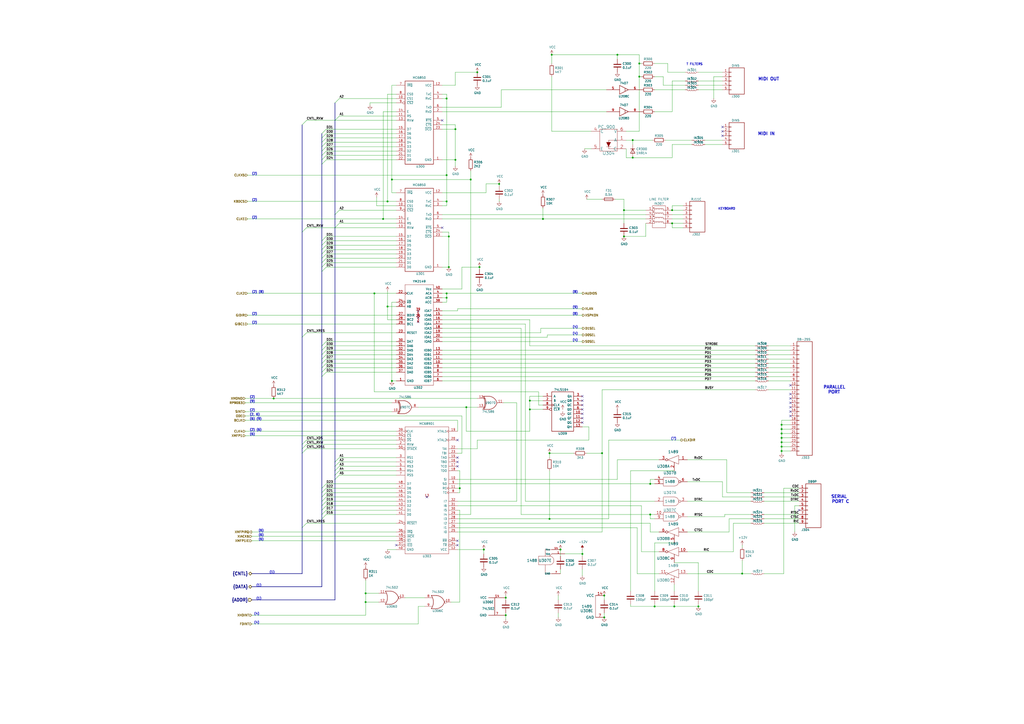
<source format=kicad_sch>
(kicad_sch (version 20231120) (generator "eeschema") (generator_version "8.0")
  (paper "A2")
  (lib_symbols
    (symbol "Atari-TT030:1488-Atari" (pin_names (offset 0.762))
      (property "Reference" "U19" (at 0 -3.81 0))
      (property "Value" "1488-Atari" (at 0 3.81 0))
      (symbol "1488-Atari_1_1"
        (pin passive line (at -8.89 0 0) (length 5.08) (name "~") (number "2"))
        (pin passive inverted (at 10.16 0 180) (length 5.08) (name "~") (number "3"))
      )
      (symbol "1488-Atari_1_2"
        (pin passive inverted (at -15.24 -2.54 0) (length 9.398) (name "~") (number "2"))
        (pin passive line (at 15.24 0 180) (length 7.62) (name "~") (number "3"))
        (pin passive line (at -15.24 2.54 0) (length 7.62) (name "~") (number "4"))
      )
      (symbol "1488-Atari_2_1"
        (pin passive line (at -8.89 1.27 0) (length 5.08) (name "~") (number "4"))
        (pin passive line (at -8.89 -1.27 0) (length 5.08) (name "~") (number "5"))
        (pin passive inverted (at 10.16 0 180) (length 5.08) (name "~") (number "6"))
      )
      (symbol "1488-Atari_2_2"
        (pin passive line (at -15.24 2.54 0) (length 7.62) (name "~") (number "4"))
        (pin passive inverted (at -15.24 -2.54 0) (length 9.398) (name "~") (number "5"))
        (pin passive line (at 15.24 0 180) (length 7.62) (name "~") (number "6"))
      )
      (symbol "1488-Atari_3_1"
        (pin passive line (at -8.89 1.27 0) (length 5.08) (name "~") (number "10"))
        (pin passive inverted (at 10.16 0 180) (length 5.08) (name "~") (number "8"))
        (pin passive line (at -8.89 -1.27 0) (length 5.08) (name "~") (number "9"))
      )
      (symbol "1488-Atari_3_2"
        (pin passive inverted (at -15.24 -2.54 0) (length 9.398) (name "~") (number "10"))
        (pin passive line (at -15.24 2.54 0) (length 7.62) (name "~") (number "4"))
        (pin passive line (at 15.24 0 180) (length 7.62) (name "~") (number "8"))
      )
      (symbol "1488-Atari_4_1"
        (pin passive inverted (at 10.16 0 180) (length 5.08) (name "~") (number "11"))
        (pin passive line (at -8.89 1.27 0) (length 5.08) (name "~") (number "12"))
        (pin passive line (at -8.89 -1.27 0) (length 5.08) (name "~") (number "13"))
      )
      (symbol "1488-Atari_4_2"
        (pin passive line (at 15.24 0 180) (length 7.62) (name "~") (number "11"))
        (pin passive inverted (at -15.24 -2.54 0) (length 9.398) (name "~") (number "13"))
        (pin passive line (at -15.24 2.54 0) (length 7.62) (name "~") (number "4"))
      )
      (symbol "1488-Atari_5_1"
        (pin power_in line (at 11.43 3.81 180) (length 7.5946) (name "Vee") (number "1"))
        (pin passive line (at 8.89 6.35 180) (length 5.08) (name "Vcc") (number "14"))
        (pin passive line (at 8.89 -7.62 180) (length 5.08) (name "GND") (number "7"))
      )
      (symbol "1488-Atari_5_2"
        (pin passive inverted (at -15.24 -2.54 0) (length 9.398) (name "~") (number "2"))
        (pin passive line (at 15.24 0 180) (length 7.62) (name "~") (number "3"))
        (pin passive line (at -15.24 2.54 0) (length 7.62) (name "~") (number "4"))
      )
    )
    (symbol "Atari-TT030:1489-atarist" (pin_names (offset 0.762))
      (property "Reference" "U20" (at 3.81 3.81 0))
      (property "Value" "1489-atarist" (at 5.08 -2.54 0))
      (symbol "1489-atarist_1_0"
        (pin input line (at 0 -6.35 90) (length 4.9022) (name "~") (number "2"))
      )
      (symbol "1489-atarist_1_1"
        (pin input line (at -7.62 0 0) (length 5.08) (name "~") (number "1"))
        (pin tri_state inverted (at 8.89 0 180) (length 5.08) (name "~") (number "3"))
      )
      (symbol "1489-atarist_2_0"
        (pin input line (at 0 -6.35 90) (length 4.9022) (name "~") (number "5"))
      )
      (symbol "1489-atarist_2_1"
        (pin input line (at -7.62 0 0) (length 5.08) (name "~") (number "4"))
        (pin tri_state inverted (at 8.89 0 180) (length 5.08) (name "~") (number "6"))
      )
      (symbol "1489-atarist_3_0"
        (pin input line (at 0 -6.35 90) (length 4.9022) (name "~") (number "9"))
      )
      (symbol "1489-atarist_3_1"
        (pin input line (at -7.62 0 0) (length 5.08) (name "~") (number "10"))
        (pin tri_state inverted (at 8.89 0 180) (length 5.08) (name "~") (number "8"))
      )
      (symbol "1489-atarist_4_0"
        (pin input line (at 0 -6.35 90) (length 4.9022) (name "~") (number "12"))
      )
      (symbol "1489-atarist_4_1"
        (pin tri_state inverted (at 8.89 0 180) (length 5.08) (name "~") (number "11"))
        (pin input line (at -7.62 0 0) (length 5.08) (name "~") (number "13"))
      )
      (symbol "1489-atarist_5_1"
        (pin power_in line (at 5.08 6.35 180) (length 5.08) (name "VCC") (number "14"))
        (pin power_in line (at 5.08 -6.35 180) (length 5.08) (name "GND") (number "7"))
      )
    )
    (symbol "Atari-TT030:7407-Atari" (pin_names (offset 0.762))
      (property "Reference" "U" (at 3.81 8.89 0))
      (property "Value" "7407-Atari" (at 3.81 -7.62 0))
      (symbol "7407-Atari_1_1"
        (pin input line (at -10.16 0 0) (length 7.62) (name "~") (number "1"))
        (pin open_collector line (at 10.16 0 180) (length 7.62) (name "~") (number "2"))
      )
      (symbol "7407-Atari_2_1"
        (pin input line (at -10.16 0 0) (length 7.62) (name "~") (number "3"))
        (pin open_collector line (at 10.16 0 180) (length 7.62) (name "~") (number "4"))
      )
      (symbol "7407-Atari_3_1"
        (pin input line (at -10.16 0 0) (length 7.62) (name "~") (number "5"))
        (pin open_collector line (at 10.16 0 180) (length 7.62) (name "~") (number "6"))
      )
      (symbol "7407-Atari_4_1"
        (pin open_collector line (at 10.16 0 180) (length 7.62) (name "~") (number "8"))
        (pin input line (at -10.16 0 0) (length 7.62) (name "~") (number "9"))
      )
      (symbol "7407-Atari_5_1"
        (pin open_collector line (at 10.16 0 180) (length 7.62) (name "~") (number "10"))
        (pin input line (at -10.16 0 0) (length 7.62) (name "~") (number "11"))
      )
      (symbol "7407-Atari_6_1"
        (pin open_collector line (at 10.16 0 180) (length 7.62) (name "~") (number "12"))
        (pin input line (at -10.16 0 0) (length 7.62) (name "~") (number "13"))
      )
      (symbol "7407-Atari_7_1"
        (pin power_in line (at 7.62 6.35 180) (length 7.62) (name "VCC") (number "14"))
        (pin power_in line (at 7.62 -6.35 180) (length 7.62) (name "GND") (number "7"))
      )
    )
    (symbol "Atari-TT030:74LS02-Atari" (pin_names (offset 1.016))
      (property "Reference" "U" (at 0 1.27 0))
      (property "Value" "74LS02-Atari" (at 0 -1.27 0))
      (symbol "74LS02-Atari_1_1"
        (pin output inverted (at 7.62 0 180) (length 3.81) (name "~") (number "1"))
        (pin input line (at -7.62 2.54 0) (length 4.318) (name "~") (number "2"))
        (pin input line (at -7.62 -2.54 0) (length 4.318) (name "~") (number "3"))
      )
      (symbol "74LS02-Atari_1_2"
        (pin output line (at 7.62 0 180) (length 3.81) (name "~") (number "1"))
        (pin input inverted (at -7.62 2.54 0) (length 3.81) (name "~") (number "2"))
        (pin input inverted (at -7.62 -2.54 0) (length 3.81) (name "~") (number "3"))
      )
      (symbol "74LS02-Atari_2_1"
        (pin output inverted (at 7.62 0 180) (length 3.81) (name "~") (number "4"))
        (pin input line (at -7.62 2.54 0) (length 4.318) (name "~") (number "5"))
        (pin input line (at -7.62 -2.54 0) (length 4.318) (name "~") (number "6"))
      )
      (symbol "74LS02-Atari_2_2"
        (pin output line (at 7.62 0 180) (length 3.81) (name "~") (number "4"))
        (pin input inverted (at -7.62 2.54 0) (length 3.81) (name "~") (number "5"))
        (pin input inverted (at -7.62 -2.54 0) (length 3.81) (name "~") (number "6"))
      )
      (symbol "74LS02-Atari_3_1"
        (pin output inverted (at 7.62 0 180) (length 3.81) (name "~") (number "10"))
        (pin input line (at -7.62 2.54 0) (length 4.318) (name "~") (number "8"))
        (pin input line (at -7.62 -2.54 0) (length 4.318) (name "~") (number "9"))
      )
      (symbol "74LS02-Atari_3_2"
        (pin output line (at 7.62 0 180) (length 3.81) (name "~") (number "10"))
        (pin input inverted (at -7.62 2.54 0) (length 3.81) (name "~") (number "8"))
        (pin input inverted (at -7.62 -2.54 0) (length 3.81) (name "~") (number "9"))
      )
      (symbol "74LS02-Atari_4_1"
        (pin input line (at -7.62 2.54 0) (length 4.318) (name "~") (number "11"))
        (pin input line (at -7.62 -2.54 0) (length 4.318) (name "~") (number "12"))
        (pin output inverted (at 7.62 0 180) (length 3.81) (name "~") (number "13"))
      )
      (symbol "74LS02-Atari_4_2"
        (pin input inverted (at -7.62 2.54 0) (length 3.81) (name "~") (number "11"))
        (pin input inverted (at -7.62 -2.54 0) (length 3.81) (name "~") (number "12"))
        (pin output line (at 7.62 0 180) (length 3.81) (name "~") (number "13"))
      )
      (symbol "74LS02-Atari_5_0"
        (pin power_in line (at 10.16 5.08 180) (length 10.0076) (name "VCC") (number "14"))
        (pin power_in line (at 10.16 -5.08 180) (length 10.0076) (name "GND") (number "7"))
      )
    )
    (symbol "Atari-TT030:74LS164-Atari" (pin_names (offset 1.016))
      (property "Reference" "U" (at 0 -10.16 0))
      (property "Value" "74LS164-Atari" (at 0 15.24 0))
      (symbol "74LS164-Atari_0_0"
        (pin input line (at -11.43 11.43 0) (length 5.08) (name "A") (number "1"))
        (pin output line (at 11.43 1.27 180) (length 5.08) (name "QE") (number "10"))
        (pin output line (at 11.43 -1.27 180) (length 5.08) (name "QF") (number "11"))
        (pin output line (at 11.43 -3.81 180) (length 5.08) (name "QG") (number "12"))
        (pin output line (at 11.43 -6.35 180) (length 5.08) (name "QH") (number "13"))
        (pin input line (at 0 3.81 270) (length 0) hide (name "VCC") (number "14"))
        (pin input line (at -11.43 8.89 0) (length 5.08) (name "B") (number "2"))
        (pin output line (at 11.43 11.43 180) (length 5.08) (name "QA") (number "3"))
        (pin output line (at 11.43 8.89 180) (length 5.08) (name "QB") (number "4"))
        (pin output line (at 11.43 6.35 180) (length 5.08) (name "QC") (number "5"))
        (pin output line (at 11.43 3.81 180) (length 5.08) (name "QD") (number "6"))
        (pin power_in line (at 0 2.54 90) (length 0) hide (name "GND") (number "7"))
        (pin input clock (at -11.43 6.35 0) (length 5.08) (name "CLK") (number "8"))
        (pin input inverted (at -11.43 3.81 0) (length 5.08) (name "~{CLR}") (number "9"))
      )
    )
    (symbol "Atari-TT030:74LS86-Atari" (pin_names (offset 1.016))
      (property "Reference" "U" (at 0 1.27 0))
      (property "Value" "74LS86-Atari" (at 0 -1.27 0))
      (symbol "74LS86-Atari_1_0"
        (pin input line (at -7.62 2.54 0) (length 4.445) (name "~") (number "1"))
        (pin input line (at -7.62 -2.54 0) (length 4.445) (name "~") (number "2"))
        (pin output line (at 7.62 0 180) (length 3.81) (name "~") (number "3"))
      )
      (symbol "74LS86-Atari_2_0"
        (pin input line (at -7.62 2.54 0) (length 4.445) (name "~") (number "4"))
        (pin input line (at -7.62 -2.54 0) (length 4.445) (name "~") (number "5"))
        (pin output line (at 7.62 0 180) (length 3.81) (name "~") (number "6"))
      )
      (symbol "74LS86-Atari_3_0"
        (pin input line (at -7.62 -2.54 0) (length 4.445) (name "~") (number "10"))
        (pin output line (at 7.62 0 180) (length 3.81) (name "~") (number "8"))
        (pin input line (at -7.62 2.54 0) (length 4.445) (name "~") (number "9"))
      )
      (symbol "74LS86-Atari_4_0"
        (pin output line (at 7.62 0 180) (length 3.81) (name "~") (number "11"))
        (pin input line (at -7.62 2.54 0) (length 4.445) (name "~") (number "12"))
        (pin input line (at -7.62 -2.54 0) (length 4.445) (name "~") (number "13"))
      )
      (symbol "74LS86-Atari_5_0"
        (pin power_in line (at 0 12.7 270) (length 5.08) (name "VCC") (number "14"))
        (pin power_in line (at 0 -12.7 90) (length 5.08) (name "GND") (number "7"))
      )
    )
    (symbol "Atari-TT030:J300-Atari" (pin_names (offset 1.016) hide)
      (property "Reference" "J" (at 0 8.89 0))
      (property "Value" "J300-Atari" (at 0 -8.89 0))
      (symbol "J300-Atari_1_1"
        (pin passive line (at -7.62 5.08 0) (length 3.81) (name "Pin_1") (number "1"))
        (pin passive line (at -7.62 2.54 0) (length 3.81) (name "Pin_2") (number "2"))
        (pin passive line (at -7.62 0 0) (length 3.81) (name "Pin_3") (number "3"))
        (pin passive line (at -7.62 -2.54 0) (length 3.81) (name "Pin_4") (number "4"))
        (pin passive line (at -7.62 -5.08 0) (length 3.81) (name "Pin_5") (number "5"))
      )
    )
    (symbol "Atari-TT030:J302-Atari" (pin_names (offset 1.016) hide)
      (property "Reference" "J" (at 0 8.89 0))
      (property "Value" "J302-Atari" (at 0 -11.43 0))
      (symbol "J302-Atari_1_1"
        (pin passive line (at -7.62 5.08 0) (length 3.81) (name "Pin_1") (number "1"))
        (pin passive line (at -7.62 2.54 0) (length 3.81) (name "Pin_2") (number "2"))
        (pin passive line (at -7.62 0 0) (length 3.81) (name "Pin_3") (number "3"))
        (pin passive line (at -7.62 -2.54 0) (length 3.81) (name "Pin_4") (number "4"))
        (pin passive line (at -7.62 -5.08 0) (length 3.81) (name "Pin_5") (number "5"))
        (pin passive line (at -7.62 -7.62 0) (length 3.81) (name "Pin_6") (number "6"))
      )
    )
    (symbol "Atari-TT030:J303-Atari" (pin_names (offset 1.016) hide)
      (property "Reference" "J" (at 2.54 34.29 0))
      (property "Value" "J303-Atari" (at 2.54 -34.29 0))
      (symbol "J303-Atari_1_1"
        (pin passive line (at -5.08 30.48 0) (length 3.81) (name "Pin_1") (number "1"))
        (pin passive line (at -5.08 7.62 0) (length 3.81) (name "Pin_10") (number "10"))
        (pin passive line (at -5.08 5.08 0) (length 3.81) (name "Pin_11") (number "11"))
        (pin passive line (at -5.08 2.54 0) (length 3.81) (name "Pin_12") (number "12"))
        (pin passive line (at -5.08 0 0) (length 3.81) (name "Pin_13") (number "13"))
        (pin passive line (at -5.08 -2.54 0) (length 3.81) (name "Pin_14") (number "14"))
        (pin passive line (at -5.08 -5.08 0) (length 3.81) (name "Pin_15") (number "15"))
        (pin passive line (at -5.08 -7.62 0) (length 3.81) (name "Pin_16") (number "16"))
        (pin passive line (at -5.08 -10.16 0) (length 3.81) (name "Pin_17") (number "17"))
        (pin passive line (at -5.08 -12.7 0) (length 3.81) (name "Pin_18") (number "18"))
        (pin passive line (at -5.08 -15.24 0) (length 3.81) (name "Pin_19") (number "19"))
        (pin passive line (at -5.08 27.94 0) (length 3.81) (name "Pin_2") (number "2"))
        (pin passive line (at -5.08 -17.78 0) (length 3.81) (name "Pin_20") (number "20"))
        (pin passive line (at -5.08 -20.32 0) (length 3.81) (name "Pin_21") (number "21"))
        (pin passive line (at -5.08 -22.86 0) (length 3.81) (name "Pin_22") (number "22"))
        (pin passive line (at -5.08 -25.4 0) (length 3.81) (name "Pin_23") (number "23"))
        (pin passive line (at -5.08 -27.94 0) (length 3.81) (name "Pin_24") (number "24"))
        (pin passive line (at -5.08 -30.48 0) (length 3.81) (name "Pin_25") (number "25"))
        (pin passive line (at -5.08 25.4 0) (length 3.81) (name "Pin_3") (number "3"))
        (pin passive line (at -5.08 22.86 0) (length 3.81) (name "Pin_4") (number "4"))
        (pin passive line (at -5.08 20.32 0) (length 3.81) (name "Pin_5") (number "5"))
        (pin passive line (at -5.08 17.78 0) (length 3.81) (name "Pin_6") (number "6"))
        (pin passive line (at -5.08 15.24 0) (length 3.81) (name "Pin_7") (number "7"))
        (pin passive line (at -5.08 12.7 0) (length 3.81) (name "Pin_8") (number "8"))
        (pin passive line (at -5.08 10.16 0) (length 3.81) (name "Pin_9") (number "9"))
      )
    )
    (symbol "Atari-TT030:J304-Atari" (pin_names (offset 1.016) hide)
      (property "Reference" "J" (at 0 13.97 0))
      (property "Value" "J304-Atari" (at 0 -13.97 0))
      (symbol "J304-Atari_1_1"
        (pin passive line (at -5.08 10.16 0) (length 3.81) (name "Pin_1") (number "1"))
        (pin passive line (at -5.08 7.62 0) (length 3.81) (name "Pin_2") (number "2"))
        (pin passive line (at -5.08 5.08 0) (length 3.81) (name "Pin_3") (number "3"))
        (pin passive line (at -5.08 2.54 0) (length 3.81) (name "Pin_4") (number "4"))
        (pin passive line (at -5.08 0 0) (length 3.81) (name "Pin_5") (number "5"))
        (pin passive line (at -5.08 -2.54 0) (length 3.81) (name "Pin_6") (number "6"))
        (pin passive line (at -5.08 -5.08 0) (length 3.81) (name "Pin_7") (number "7"))
        (pin passive line (at -5.08 -7.62 0) (length 3.81) (name "Pin_8") (number "8"))
        (pin passive line (at -5.08 -10.16 0) (length 3.81) (name "Pin_9") (number "9"))
      )
    )
    (symbol "Atari-TT030:L307B-Atari" (pin_names (offset 0.254) hide)
      (property "Reference" "L" (at 0 -8.255 0))
      (property "Value" "L307B-Atari" (at 0 8.255 0))
      (symbol "L307B-Atari_1_1"
        (pin passive line (at -7.62 3.81 0) (length 5.08) (name "~") (number "1"))
        (pin passive line (at -7.62 -3.81 0) (length 5.08) (name "~") (number "2"))
        (pin passive line (at -7.62 -1.27 0) (length 5.08) (name "~") (number "3"))
        (pin passive line (at -7.62 1.27 0) (length 5.08) (name "~") (number "4"))
        (pin passive line (at 7.62 3.81 180) (length 5.08) (name "~") (number "5"))
        (pin passive line (at 7.62 1.27 180) (length 5.08) (name "~") (number "6"))
        (pin passive line (at 7.62 -1.27 180) (length 5.08) (name "~") (number "7"))
        (pin passive line (at 7.62 -3.81 180) (length 5.08) (name "~") (number "8"))
      )
    )
    (symbol "Atari-TT030:MC6850-Atari" (pin_names (offset 1.016))
      (property "Reference" "U" (at -7.366 31.75 0))
      (property "Value" "MC6850-Atari" (at 10.414 31.75 0))
      (symbol "MC6850-Atari_1_1"
        (pin power_in line (at 12.7 -15.24 180) (length 5.08) (name "GND") (number "1"))
        (pin input line (at -13.97 20.32 0) (length 5.08) (name "CS1") (number "10"))
        (pin input line (at -13.97 10.16 0) (length 5.08) (name "RS") (number "11"))
        (pin power_in line (at 12.7 27.94 180) (length 5.08) (name "VCC") (number "12"))
        (pin input line (at -13.97 7.62 0) (length 5.08) (name "RXW") (number "13"))
        (pin input line (at -13.97 12.7 0) (length 5.08) (name "E") (number "14"))
        (pin bidirectional line (at -13.97 2.54 0) (length 5.08) (name "D7") (number "15"))
        (pin bidirectional line (at -13.97 0 0) (length 5.08) (name "D6") (number "16"))
        (pin bidirectional line (at -13.97 -2.54 0) (length 5.08) (name "D5") (number "17"))
        (pin bidirectional line (at -13.97 -5.08 0) (length 5.08) (name "D4") (number "18"))
        (pin bidirectional line (at -13.97 -7.62 0) (length 5.08) (name "D3") (number "19"))
        (pin input line (at 12.7 12.7 180) (length 5.08) (name "RxD") (number "2"))
        (pin bidirectional line (at -13.97 -10.16 0) (length 5.08) (name "D2") (number "20"))
        (pin bidirectional line (at -13.97 -12.7 0) (length 5.08) (name "D1") (number "21"))
        (pin bidirectional line (at -13.97 -15.24 0) (length 5.08) (name "D0") (number "22"))
        (pin input line (at 12.7 2.54 180) (length 5.08) (name "~{DCD}") (number "23"))
        (pin input line (at 12.7 5.08 180) (length 5.08) (name "~{CTS}") (number "24"))
        (pin input line (at 12.7 20.32 180) (length 5.08) (name "RxC") (number "3"))
        (pin input line (at 12.7 22.86 180) (length 5.08) (name "TxC") (number "4"))
        (pin output line (at 12.7 7.62 180) (length 5.08) (name "~{RTS}") (number "5"))
        (pin output line (at 12.7 15.24 180) (length 5.08) (name "TxD") (number "6"))
        (pin output line (at -13.97 27.94 0) (length 5.08) (name "~{IRQ}") (number "7"))
        (pin input line (at -13.97 22.86 0) (length 5.08) (name "CS0") (number "8"))
        (pin input inverted (at -13.97 17.78 0) (length 5.08) (name "~{CS2}") (number "9"))
      )
    )
    (symbol "Atari-TT030:MC68901-Atari" (pin_names (offset 1.016))
      (property "Reference" "U" (at 0 -35.56 0))
      (property "Value" "MC68901-Atari" (at 0 40.64 0))
      (symbol "MC68901-Atari_1_1"
        (pin input line (at 17.78 8.89 180) (length 5.08) (name "SI") (number "10"))
        (pin input clock (at 17.78 3.81 180) (length 5.08) (name "RC") (number "11"))
        (pin power_in line (at 17.78 -31.75 180) (length 5.08) (name "VCC") (number "12"))
        (pin no_connect line (at 0 -1.27 0) (length 0) (name "MPX") (number "13"))
        (pin output line (at 17.78 21.59 180) (length 5.08) (name "TAO") (number "15"))
        (pin output line (at 17.78 19.05 180) (length 5.08) (name "TBO") (number "16"))
        (pin output line (at 17.78 16.51 180) (length 5.08) (name "TCO") (number "17"))
        (pin output line (at 17.78 13.97 180) (length 5.08) (name "TDO") (number "18"))
        (pin input clock (at 17.78 36.83 180) (length 5.08) (name "XTAL1") (number "19"))
        (pin input line (at -17.78 29.21 0) (length 5.08) (name "RXW") (number "2"))
        (pin input clock (at 17.78 31.75 180) (length 5.08) (name "XTAL2") (number "20"))
        (pin input line (at 17.78 26.67 180) (length 5.08) (name "TAI") (number "22"))
        (pin input line (at 17.78 24.13 180) (length 5.08) (name "TBI") (number "23"))
        (pin input inverted (at -17.78 -16.51 0) (length 5.08) (name "~{RESET}") (number "24"))
        (pin input line (at 17.78 -21.59 180) (length 5.08) (name "I0") (number "25"))
        (pin input line (at 17.78 -19.05 180) (length 5.08) (name "I1") (number "26"))
        (pin input line (at 17.78 -16.51 180) (length 5.08) (name "I2") (number "27"))
        (pin input line (at 17.78 -13.97 180) (length 5.08) (name "I3") (number "28"))
        (pin input line (at 17.78 -11.43 180) (length 5.08) (name "I4") (number "29"))
        (pin input line (at -17.78 21.59 0) (length 5.08) (name "RS1") (number "3"))
        (pin input line (at 17.78 -8.89 180) (length 5.08) (name "I5") (number "30"))
        (pin input line (at 17.78 -6.35 180) (length 5.08) (name "I6") (number "31"))
        (pin input line (at 17.78 -3.81 180) (length 5.08) (name "I7") (number "32"))
        (pin output inverted (at 17.78 -29.21 180) (length 5.08) (name "~{TR}") (number "34"))
        (pin output inverted (at 17.78 -26.67 180) (length 5.08) (name "~{RR}") (number "35"))
        (pin output inverted (at -17.78 -21.59 0) (length 5.08) (name "~{IRQ}") (number "36"))
        (pin output inverted (at -17.78 -29.21 0) (length 5.08) (name "~{IEO}") (number "37"))
        (pin input inverted (at -17.78 -26.67 0) (length 5.08) (name "~{IEI}") (number "38"))
        (pin input clock (at -17.78 36.83 0) (length 5.08) (name "CLK") (number "39"))
        (pin input line (at -17.78 19.05 0) (length 5.08) (name "RS2") (number "4"))
        (pin power_in line (at -17.78 -31.75 0) (length 5.08) (name "GND") (number "40"))
        (pin input line (at -17.78 -11.43 0) (length 5.08) (name "D0") (number "41"))
        (pin input line (at -17.78 -8.89 0) (length 5.08) (name "D1") (number "42"))
        (pin input line (at -17.78 -6.35 0) (length 5.08) (name "D2") (number "43"))
        (pin input line (at -17.78 -3.81 0) (length 5.08) (name "D3") (number "44"))
        (pin input line (at -17.78 -1.27 0) (length 5.08) (name "D4") (number "45"))
        (pin input line (at -17.78 1.27 0) (length 5.08) (name "D5") (number "46"))
        (pin input line (at -17.78 3.81 0) (length 5.08) (name "D6") (number "47"))
        (pin input line (at -17.78 6.35 0) (length 5.08) (name "D7") (number "48"))
        (pin input inverted (at -17.78 -24.13 0) (length 5.08) (name "~{IACK}") (number "49"))
        (pin input line (at -17.78 16.51 0) (length 5.08) (name "RS3") (number "5"))
        (pin output inverted (at -17.78 26.67 0) (length 5.08) (name "~{DTACK}") (number "50"))
        (pin input inverted (at -17.78 31.75 0) (length 5.08) (name "~{DS}") (number "51"))
        (pin input inverted (at -17.78 34.29 0) (length 5.08) (name "~{CS}") (number "52"))
        (pin input line (at -17.78 13.97 0) (length 5.08) (name "RS4") (number "6"))
        (pin input line (at -17.78 11.43 0) (length 5.08) (name "RS5") (number "7"))
        (pin input clock (at 17.78 1.27 180) (length 5.08) (name "TC") (number "8"))
        (pin output line (at 17.78 6.35 180) (length 5.08) (name "SO") (number "9"))
      )
    )
    (symbol "Atari-TT030:PC_900-Atari" (pin_names (offset 0.254))
      (property "Reference" "U13" (at -1.27 7.62 0))
      (property "Value" "PC_900-Atari" (at -1.27 -7.62 0))
      (symbol "PC_900-Atari_1_1"
        (pin input line (at 10.16 0 180) (length 5.08) (name "A") (number "1"))
        (pin input line (at 10.16 -5.08 180) (length 5.08) (name "C") (number "2"))
        (pin input line (at -10.16 5.08 0) (length 5.08) (name "C") (number "4"))
        (pin input line (at -10.16 -5.08 0) (length 5.08) (name "E") (number "5"))
        (pin input line (at 10.16 5.08 180) (length 5.08) (name "V") (number "6"))
      )
    )
    (symbol "Atari-TT030:YM2149-Atari" (pin_names (offset 1.016))
      (property "Reference" "U16" (at 0 -2.54 0))
      (property "Value" "YM2149-Atari" (at 0 2.54 0))
      (symbol "YM2149-Atari_1_1"
        (pin power_in line (at -12.7 -26.67 0) (length 5.08) (name "GND") (number "1"))
        (pin bidirectional line (at 13.97 -16.51 180) (length 5.08) (name "IOB3") (number "10"))
        (pin bidirectional line (at 13.97 -13.97 180) (length 5.08) (name "IOB2") (number "11"))
        (pin bidirectional line (at 13.97 -11.43 180) (length 5.08) (name "IOB1") (number "12"))
        (pin bidirectional line (at 13.97 -8.89 180) (length 5.08) (name "IOB0") (number "13"))
        (pin bidirectional line (at 13.97 13.97 180) (length 5.08) (name "IOA7") (number "14"))
        (pin bidirectional line (at 13.97 11.43 180) (length 5.08) (name "IOA6") (number "15"))
        (pin bidirectional line (at 13.97 8.89 180) (length 5.08) (name "IOA5") (number "16"))
        (pin bidirectional line (at 13.97 6.35 180) (length 5.08) (name "IOA4") (number "17"))
        (pin bidirectional line (at 13.97 3.81 180) (length 5.08) (name "IOA3") (number "18"))
        (pin bidirectional line (at 13.97 1.27 180) (length 5.08) (name "IOA2") (number "19"))
        (pin no_connect line (at 0 7.62 0) (length 0) (name "NC") (number "2"))
        (pin power_in line (at 13.97 -1.27 180) (length 5.08) (name "IOA1") (number "20"))
        (pin bidirectional line (at 13.97 -3.81 180) (length 5.08) (name "IOA0") (number "21"))
        (pin input clock (at -12.7 24.13 0) (length 5.08) (name "CLK") (number "22"))
        (pin input line (at -12.7 1.27 0) (length 5.08) (name "RESET") (number "23"))
        (pin input inverted (at -12.7 19.05 0) (length 5.08) (name "~{A9}") (number "24"))
        (pin input line (at -12.7 16.51 0) (length 5.08) (name "A8") (number "25"))
        (pin no_connect line (at 0 10.16 180) (length 0) (name "SEL") (number "26"))
        (pin input line (at -12.7 11.43 0) (length 5.08) (name "BDIR") (number "27"))
        (pin power_in line (at -12.7 8.89 0) (length 5.08) (name "BC2") (number "28"))
        (pin input line (at -12.7 6.35 0) (length 5.08) (name "BC1") (number "29"))
        (pin input line (at 13.97 21.59 180) (length 5.08) (name "ACB") (number "3"))
        (pin bidirectional line (at -12.7 -3.81 0) (length 5.08) (name "DA7") (number "30"))
        (pin bidirectional line (at -12.7 -6.35 0) (length 5.08) (name "DA6") (number "31"))
        (pin bidirectional line (at -12.7 -8.89 0) (length 5.08) (name "DA5") (number "32"))
        (pin bidirectional line (at -12.7 -11.43 0) (length 5.08) (name "DA4") (number "33"))
        (pin bidirectional line (at -12.7 -13.97 0) (length 5.08) (name "DA3") (number "34"))
        (pin bidirectional line (at -12.7 -16.51 0) (length 5.08) (name "DA2") (number "35"))
        (pin bidirectional line (at -12.7 -19.05 0) (length 5.08) (name "DA1") (number "36"))
        (pin bidirectional line (at -12.7 -21.59 0) (length 5.08) (name "DA0") (number "37"))
        (pin input line (at 13.97 19.05 180) (length 5.08) (name "ACC") (number "38"))
        (pin no_connect line (at 0 13.97 180) (length 0) (name "Test1") (number "39"))
        (pin bidirectional line (at 13.97 24.13 180) (length 5.08) (name "ACA") (number "4"))
        (pin power_in line (at 13.97 26.67 180) (length 5.08) (name "Vcc") (number "40"))
        (pin no_connect line (at 0 11.43 0) (length 0) (name "NC") (number "5"))
        (pin bidirectional line (at 13.97 -26.67 180) (length 5.08) (name "IOB7") (number "6"))
        (pin bidirectional line (at 13.97 -24.13 180) (length 5.08) (name "IOB6") (number "7"))
        (pin bidirectional line (at 13.97 -21.59 180) (length 5.08) (name "IOB5") (number "8"))
        (pin bidirectional line (at 13.97 -19.05 180) (length 5.08) (name "IOB4") (number "9"))
      )
    )
    (symbol "Device:C" (pin_numbers hide) (pin_names (offset 0.254))
      (property "Reference" "C" (at 0.635 2.54 0))
      (property "Value" "C" (at 0.635 -2.54 0))
      (symbol "C_1_1"
        (pin passive line (at 0 3.81 270) (length 2.794) (name "~") (number "1"))
        (pin passive line (at 0 -3.81 90) (length 2.794) (name "~") (number "2"))
      )
    )
    (symbol "Device:D" (pin_numbers hide) (pin_names (offset 1.016) hide)
      (property "Reference" "D" (at 0 2.54 0))
      (property "Value" "D" (at 0 -2.54 0))
      (symbol "D_1_1"
        (pin passive line (at -3.81 0 0) (length 2.54) (name "K") (number "1"))
        (pin passive line (at 3.81 0 180) (length 2.54) (name "A") (number "2"))
      )
    )
    (symbol "Device:Fuse" (pin_numbers hide) (pin_names (offset 0))
      (property "Reference" "F" (at 2.032 0 90))
      (property "Value" "Fuse" (at -1.905 0 90))
      (symbol "Fuse_1_1"
        (pin passive line (at 0 3.81 270) (length 1.27) (name "~") (number "1"))
        (pin passive line (at 0 -3.81 90) (length 1.27) (name "~") (number "2"))
      )
    )
    (symbol "Device:L" (pin_numbers hide) (pin_names (offset 1.016) hide)
      (property "Reference" "L" (at -1.27 0 90))
      (property "Value" "L" (at 1.905 0 90))
      (symbol "L_1_1"
        (pin passive line (at 0 3.81 270) (length 1.27) (name "1") (number "1"))
        (pin passive line (at 0 -3.81 90) (length 1.27) (name "2") (number "2"))
      )
    )
    (symbol "Device:R" (pin_numbers hide) (pin_names (offset 0))
      (property "Reference" "R" (at 2.032 0 90))
      (property "Value" "R" (at 0 0 90))
      (symbol "R_1_1"
        (pin passive line (at 0 3.81 270) (length 1.27) (name "~") (number "1"))
        (pin passive line (at 0 -3.81 90) (length 1.27) (name "~") (number "2"))
      )
    )
    (symbol "power:+12V" (power) (pin_numbers hide) (pin_names (offset 0) hide)
      (property "Value" "+12V" (at 0 3.556 0))
      (symbol "+12V_1_1"
        (pin power_in line (at 0 0 90) (length 0) (name "~") (number "1"))
      )
    )
    (symbol "power:-12V" (power) (pin_numbers hide) (pin_names (offset 0) hide)
      (property "Value" "-12V" (at 0 3.556 0))
      (symbol "-12V_0_0"
        (pin power_in line (at 0 0 90) (length 0) (name "~") (number "1"))
      )
    )
    (symbol "power:GND" (power) (pin_numbers hide) (pin_names (offset 0) hide)
      (property "Value" "GND" (at 0 -3.81 0))
      (symbol "GND_1_1"
        (pin power_in line (at 0 0 270) (length 0) (name "~") (number "1"))
      )
    )
    (symbol "power:VCC" (power) (pin_numbers hide) (pin_names (offset 0) hide)
      (property "Value" "VCC" (at 0 3.556 0))
      (symbol "VCC_1_1"
        (pin power_in line (at 0 0 90) (length 0) (name "~") (number "1"))
      )
    )
  )
  (junction (at 453.39 254))
  (junction (at 259.08 172.72))
  (junction (at 278.13 154.94))
  (junction (at 350.52 358.14))
  (junction (at 361.95 121.92))
  (junction (at 318.77 262.89))
  (junction (at 389.89 121.92))
  (junction (at 217.17 170.18))
  (junction (at 260.35 154.94))
  (junction (at 307.34 232.41))
  (junction (at 293.37 356.87))
  (junction (at 453.39 259.08))
  (junction (at 337.82 321.31))
  (junction (at 266.7 283.21))
  (junction (at 259.08 116.84))
  (junction (at 349.25 262.89))
  (junction (at 318.77 300.99))
  (junction (at 264.16 92.71))
  (junction (at 227.33 220.98))
  (junction (at 453.39 251.46))
  (junction (at 314.96 127))
  (junction (at 361.95 137.16))
  (junction (at 350.52 345.44))
  (junction (at 222.25 127))
  (junction (at 259.08 101.6))
  (junction (at 430.53 332.74))
  (junction (at 259.08 57.15))
  (junction (at 453.39 248.92))
  (junction (at 325.12 318.77))
  (junction (at 273.05 104.14))
  (junction (at 293.37 346.71))
  (junction (at 453.39 261.62))
  (junction (at 307.34 237.49))
  (junction (at 370.84 36.83))
  (junction (at 391.16 351.79))
  (junction (at 264.16 74.93))
  (junction (at 224.79 177.8))
  (junction (at 405.13 351.79))
  (junction (at 227.33 104.14))
  (junction (at 259.08 170.18))
  (junction (at 367.03 91.44))
  (junction (at 367.03 81.28))
  (junction (at 377.19 280.67))
  (junction (at 389.89 129.54))
  (junction (at 379.73 351.79))
  (junction (at 212.09 344.17))
  (junction (at 320.04 31.75))
  (junction (at 260.35 137.16))
  (junction (at 270.51 236.22))
  (junction (at 289.56 106.68))
  (junction (at 280.67 318.77))
  (junction (at 377.19 298.45))
  (junction (at 224.79 116.84))
  (junction (at 276.86 41.91))
  (junction (at 370.84 44.45))
  (junction (at 358.14 31.75))
  (junction (at 158.75 231.14))
  (junction (at 212.09 349.25))
  (junction (at 453.39 256.54))
  (junction (at 453.39 246.38))
  (no_connect (at 337.82 234.95))
  (no_connect (at 265.43 270.51))
  (no_connect (at 419.1 78.74))
  (no_connect (at 458.47 241.3))
  (no_connect (at 242.57 184.15))
  (no_connect (at 256.54 132.08))
  (no_connect (at 265.43 313.69))
  (no_connect (at 458.47 228.6))
  (no_connect (at 463.55 295.91))
  (no_connect (at 458.47 238.76))
  (no_connect (at 247.65 288.29))
  (no_connect (at 265.43 267.97))
  (no_connect (at 265.43 265.43))
  (no_connect (at 458.47 231.14))
  (no_connect (at 419.1 76.2))
  (no_connect (at 242.57 180.34))
  (no_connect (at 265.43 316.23))
  (no_connect (at 337.82 240.03))
  (no_connect (at 265.43 255.27))
  (no_connect (at 229.87 316.23))
  (no_connect (at 256.54 69.85))
  (no_connect (at 458.47 233.68))
  (no_connect (at 337.82 242.57))
  (no_connect (at 337.82 229.87))
  (no_connect (at 242.57 182.88))
  (no_connect (at 337.82 245.11))
  (no_connect (at 337.82 232.41))
  (no_connect (at 458.47 223.52))
  (no_connect (at 419.1 73.66))
  (no_connect (at 337.82 237.49))
  (no_connect (at 242.57 186.69))
  (no_connect (at 458.47 236.22))
  (bus_entry (at 175.26 134.62) (size 2.54 -2.54))
  (bus_entry (at 194.31 267.97) (size 2.54 -2.54))
  (bus_entry (at 186.69 149.86) (size 2.54 -2.54))
  (bus_entry (at 186.69 203.2) (size 2.54 -2.54))
  (bus_entry (at 186.69 215.9) (size 2.54 -2.54))
  (bus_entry (at 186.69 213.36) (size 2.54 -2.54))
  (bus_entry (at 186.69 154.94) (size 2.54 -2.54))
  (bus_entry (at 186.69 144.78) (size 2.54 -2.54))
  (bus_entry (at 186.69 77.47) (size 2.54 -2.54))
  (bus_entry (at 186.69 285.75) (size 2.54 -2.54))
  (bus_entry (at 186.69 142.24) (size 2.54 -2.54))
  (bus_entry (at 186.69 200.66) (size 2.54 -2.54))
  (bus_entry (at 186.69 298.45) (size 2.54 -2.54))
  (bus_entry (at 194.31 59.69) (size 2.54 -2.54))
  (bus_entry (at 186.69 82.55) (size 2.54 -2.54))
  (bus_entry (at 186.69 288.29) (size 2.54 -2.54))
  (bus_entry (at 186.69 295.91) (size 2.54 -2.54))
  (bus_entry (at 186.69 147.32) (size 2.54 -2.54))
  (bus_entry (at 186.69 92.71) (size 2.54 -2.54))
  (bus_entry (at 186.69 300.99) (size 2.54 -2.54))
  (bus_entry (at 186.69 293.37) (size 2.54 -2.54))
  (bus_entry (at 186.69 90.17) (size 2.54 -2.54))
  (bus_entry (at 175.26 262.89) (size 2.54 -2.54))
  (bus_entry (at 186.69 85.09) (size 2.54 -2.54))
  (bus_entry (at 186.69 152.4) (size 2.54 -2.54))
  (bus_entry (at 194.31 273.05) (size 2.54 -2.54))
  (bus_entry (at 175.26 257.81) (size 2.54 -2.54))
  (bus_entry (at 175.26 306.07) (size 2.54 -2.54))
  (bus_entry (at 175.26 72.39) (size 2.54 -2.54))
  (bus_entry (at 186.69 218.44) (size 2.54 -2.54))
  (bus_entry (at 186.69 157.48) (size 2.54 -2.54))
  (bus_entry (at 186.69 95.25) (size 2.54 -2.54))
  (bus_entry (at 186.69 87.63) (size 2.54 -2.54))
  (bus_entry (at 194.31 132.08) (size 2.54 -2.54))
  (bus_entry (at 194.31 275.59) (size 2.54 -2.54))
  (bus_entry (at 175.26 260.35) (size 2.54 -2.54))
  (bus_entry (at 186.69 205.74) (size 2.54 -2.54))
  (bus_entry (at 186.69 283.21) (size 2.54 -2.54))
  (bus_entry (at 194.31 69.85) (size 2.54 -2.54))
  (bus_entry (at 186.69 290.83) (size 2.54 -2.54))
  (bus_entry (at 194.31 270.51) (size 2.54 -2.54))
  (bus_entry (at 186.69 139.7) (size 2.54 -2.54))
  (bus_entry (at 186.69 80.01) (size 2.54 -2.54))
  (bus_entry (at 194.31 278.13) (size 2.54 -2.54))
  (bus_entry (at 186.69 210.82) (size 2.54 -2.54))
  (bus_entry (at 175.26 195.58) (size 2.54 -2.54))
  (bus_entry (at 194.31 124.46) (size 2.54 -2.54))
  (bus_entry (at 186.69 208.28) (size 2.54 -2.54))
  (wire (pts (xy 389.89 127) (xy 396.24 127)))
  (wire (pts (xy 405.13 342.9) (xy 405.13 326.39)))
  (wire (pts (xy 281.94 111.76) (xy 281.94 106.68)))
  (wire (pts (xy 219.71 349.25) (xy 212.09 349.25)))
  (wire (pts (xy 453.39 254) (xy 458.47 254)))
  (wire (pts (xy 189.23 283.21) (xy 229.87 283.21)))
  (wire (pts (xy 337.82 334.01) (xy 337.82 330.2)))
  (wire (pts (xy 189.23 80.01) (xy 229.87 80.01)))
  (wire (pts (xy 389.89 91.44) (xy 389.89 83.82)))
  (wire (pts (xy 430.53 332.74) (xy 435.61 332.74)))
  (wire (pts (xy 387.35 41.91) (xy 397.51 41.91)))
  (wire (pts (xy 189.23 144.78) (xy 229.87 144.78)))
  (wire (pts (xy 320.04 36.83) (xy 320.04 31.75)))
  (wire (pts (xy 430.53 332.74) (xy 430.53 325.12)))
  (wire (pts (xy 280.67 321.31) (xy 280.67 318.77)))
  (wire (pts (xy 370.84 36.83) (xy 372.11 36.83)))
  (wire (pts (xy 256.54 190.5) (xy 302.26 190.5)))
  (wire (pts (xy 256.54 213.36) (xy 438.15 213.36)))
  (wire (pts (xy 454.66 332.74) (xy 443.23 332.74)))
  (wire (pts (xy 374.65 137.16) (xy 374.65 129.54)))
  (wire (pts (xy 229.87 308.61) (xy 146.05 308.61)))
  (wire (pts (xy 256.54 187.96) (xy 304.8 187.96)))
  (wire (pts (xy 363.22 76.2) (xy 370.84 76.2)))
  (wire (pts (xy 229.87 220.98) (xy 227.33 220.98)))
  (wire (pts (xy 325.12 322.58) (xy 325.12 318.77)))
  (wire (pts (xy 142.24 231.14) (xy 158.75 231.14)))
  (wire (pts (xy 318.77 265.43) (xy 318.77 262.89)))
  (wire (pts (xy 261.62 349.25) (xy 266.7 349.25)))
  (wire (pts (xy 389.89 124.46) (xy 396.24 124.46)))
  (wire (pts (xy 463.55 283.21) (xy 454.66 283.21)))
  (wire (pts (xy 227.33 220.98) (xy 227.33 175.26)))
  (wire (pts (xy 341.63 247.65) (xy 341.63 255.27)))
  (bus (pts (xy 186.69 293.37) (xy 186.69 295.91)))
  (bus (pts (xy 186.69 152.4) (xy 186.69 154.94)))
  (wire (pts (xy 265.43 306.07) (xy 369.57 306.07)))
  (wire (pts (xy 445.77 200.66) (xy 458.47 200.66)))
  (bus (pts (xy 186.69 144.78) (xy 186.69 147.32)))
  (wire (pts (xy 443.23 285.75) (xy 463.55 285.75)))
  (wire (pts (xy 340.36 115.57) (xy 349.25 115.57)))
  (wire (pts (xy 313.69 190.5) (xy 337.82 190.5)))
  (wire (pts (xy 453.39 248.92) (xy 453.39 246.38)))
  (wire (pts (xy 377.19 280.67) (xy 377.19 278.13)))
  (wire (pts (xy 266.7 273.05) (xy 265.43 273.05)))
  (wire (pts (xy 189.23 137.16) (xy 229.87 137.16)))
  (wire (pts (xy 445.77 213.36) (xy 458.47 213.36)))
  (wire (pts (xy 443.23 298.45) (xy 463.55 298.45)))
  (wire (pts (xy 256.54 172.72) (xy 259.08 172.72)))
  (wire (pts (xy 425.45 303.53) (xy 435.61 303.53)))
  (wire (pts (xy 196.85 267.97) (xy 229.87 267.97)))
  (bus (pts (xy 186.69 218.44) (xy 186.69 283.21)))
  (wire (pts (xy 350.52 347.98) (xy 350.52 345.44)))
  (wire (pts (xy 318.77 273.05) (xy 318.77 300.99)))
  (bus (pts (xy 186.69 288.29) (xy 186.69 290.83)))
  (wire (pts (xy 419.1 279.4) (xy 419.1 288.29)))
  (wire (pts (xy 325.12 332.74) (xy 325.12 330.2)))
  (wire (pts (xy 265.43 179.07) (xy 337.82 179.07)))
  (wire (pts (xy 264.16 74.93) (xy 264.16 92.71)))
  (wire (pts (xy 256.54 203.2) (xy 438.15 203.2)))
  (wire (pts (xy 189.23 293.37) (xy 229.87 293.37)))
  (bus (pts (xy 186.69 203.2) (xy 186.69 205.74)))
  (wire (pts (xy 196.85 270.51) (xy 229.87 270.51)))
  (wire (pts (xy 379.73 44.45) (xy 384.81 44.45)))
  (wire (pts (xy 270.51 236.22) (xy 276.86 236.22)))
  (wire (pts (xy 177.8 255.27) (xy 229.87 255.27)))
  (wire (pts (xy 189.23 213.36) (xy 229.87 213.36)))
  (wire (pts (xy 461.01 308.61) (xy 461.01 293.37)))
  (wire (pts (xy 293.37 347.98) (xy 293.37 346.71)))
  (wire (pts (xy 256.54 215.9) (xy 438.15 215.9)))
  (wire (pts (xy 256.54 180.34) (xy 265.43 180.34)))
  (wire (pts (xy 256.54 137.16) (xy 260.35 137.16)))
  (bus (pts (xy 194.31 124.46) (xy 194.31 132.08)))
  (wire (pts (xy 267.97 262.89) (xy 267.97 241.3)))
  (bus (pts (xy 186.69 283.21) (xy 186.69 285.75)))
  (wire (pts (xy 265.43 308.61) (xy 349.25 308.61)))
  (wire (pts (xy 256.54 182.88) (xy 337.82 182.88)))
  (bus (pts (xy 186.69 200.66) (xy 186.69 203.2)))
  (wire (pts (xy 421.64 266.7) (xy 421.64 285.75)))
  (wire (pts (xy 189.23 298.45) (xy 229.87 298.45)))
  (wire (pts (xy 189.23 142.24) (xy 229.87 142.24)))
  (wire (pts (xy 356.87 115.57) (xy 361.95 115.57)))
  (wire (pts (xy 256.54 92.71) (xy 264.16 92.71)))
  (wire (pts (xy 189.23 74.93) (xy 229.87 74.93)))
  (wire (pts (xy 276.86 255.27) (xy 341.63 255.27)))
  (wire (pts (xy 265.43 250.19) (xy 265.43 243.84)))
  (wire (pts (xy 312.42 234.95) (xy 312.42 227.33)))
  (wire (pts (xy 365.76 350.52) (xy 365.76 351.79)))
  (wire (pts (xy 265.43 318.77) (xy 280.67 318.77)))
  (wire (pts (xy 256.54 116.84) (xy 259.08 116.84)))
  (bus (pts (xy 194.31 69.85) (xy 194.31 124.46)))
  (bus (pts (xy 175.26 332.74) (xy 146.05 332.74)))
  (wire (pts (xy 143.51 116.84) (xy 224.79 116.84)))
  (wire (pts (xy 256.54 198.12) (xy 337.82 198.12)))
  (wire (pts (xy 229.87 285.75) (xy 189.23 285.75)))
  (wire (pts (xy 453.39 254) (xy 453.39 251.46)))
  (bus (pts (xy 175.26 72.39) (xy 175.26 134.62)))
  (wire (pts (xy 189.23 215.9) (xy 229.87 215.9)))
  (bus (pts (xy 186.69 213.36) (xy 186.69 215.9)))
  (wire (pts (xy 177.8 69.85) (xy 194.31 69.85)))
  (wire (pts (xy 290.83 52.07) (xy 290.83 62.23)))
  (wire (pts (xy 196.85 273.05) (xy 229.87 273.05)))
  (wire (pts (xy 196.85 265.43) (xy 229.87 265.43)))
  (wire (pts (xy 453.39 256.54) (xy 453.39 254)))
  (wire (pts (xy 307.34 229.87) (xy 314.96 229.87)))
  (wire (pts (xy 358.14 31.75) (xy 320.04 31.75)))
  (wire (pts (xy 224.79 54.61) (xy 224.79 116.84)))
  (bus (pts (xy 175.26 134.62) (xy 175.26 195.58)))
  (wire (pts (xy 379.73 52.07) (xy 397.51 52.07)))
  (wire (pts (xy 389.89 132.08) (xy 396.24 132.08)))
  (wire (pts (xy 353.06 300.99) (xy 353.06 255.27)))
  (wire (pts (xy 227.33 104.14) (xy 273.05 104.14)))
  (wire (pts (xy 453.39 259.08) (xy 453.39 256.54)))
  (wire (pts (xy 259.08 57.15) (xy 259.08 54.61)))
  (wire (pts (xy 350.52 358.14) (xy 350.52 355.6)))
  (wire (pts (xy 196.85 67.31) (xy 229.87 67.31)))
  (wire (pts (xy 259.08 175.26) (xy 259.08 172.72)))
  (wire (pts (xy 246.38 351.79) (xy 242.57 351.79)))
  (wire (pts (xy 189.23 290.83) (xy 229.87 290.83)))
  (wire (pts (xy 227.33 233.68) (xy 142.24 233.68)))
  (wire (pts (xy 256.54 205.74) (xy 438.15 205.74)))
  (bus (pts (xy 194.31 275.59) (xy 194.31 278.13)))
  (wire (pts (xy 177.8 303.53) (xy 229.87 303.53)))
  (wire (pts (xy 259.08 172.72) (xy 259.08 170.18)))
  (bus (pts (xy 186.69 210.82) (xy 186.69 213.36)))
  (wire (pts (xy 189.23 205.74) (xy 229.87 205.74)))
  (wire (pts (xy 222.25 64.77) (xy 229.87 64.77)))
  (wire (pts (xy 425.45 320.04) (xy 425.45 303.53)))
  (wire (pts (xy 264.16 72.39) (xy 264.16 74.93)))
  (wire (pts (xy 314.96 237.49) (xy 307.34 237.49)))
  (wire (pts (xy 189.23 85.09) (xy 229.87 85.09)))
  (wire (pts (xy 377.19 298.45) (xy 379.73 298.45)))
  (wire (pts (xy 177.8 193.04) (xy 229.87 193.04)))
  (wire (pts (xy 358.14 34.29) (xy 358.14 31.75)))
  (wire (pts (xy 259.08 170.18) (xy 337.82 170.18)))
  (wire (pts (xy 189.23 90.17) (xy 229.87 90.17)))
  (wire (pts (xy 293.37 359.41) (xy 293.37 356.87)))
  (bus (pts (xy 186.69 92.71) (xy 186.69 95.25)))
  (wire (pts (xy 389.89 46.99) (xy 397.51 46.99)))
  (wire (pts (xy 276.86 260.35) (xy 276.86 255.27)))
  (wire (pts (xy 337.82 247.65) (xy 341.63 247.65)))
  (wire (pts (xy 256.54 57.15) (xy 259.08 57.15)))
  (wire (pts (xy 143.51 182.88) (xy 229.87 182.88)))
  (wire (pts (xy 421.64 285.75) (xy 435.61 285.75)))
  (wire (pts (xy 318.77 300.99) (xy 353.06 300.99)))
  (wire (pts (xy 229.87 250.19) (xy 142.24 250.19)))
  (wire (pts (xy 398.78 290.83) (xy 435.61 290.83)))
  (wire (pts (xy 256.54 195.58) (xy 317.5 195.58)))
  (wire (pts (xy 387.35 36.83) (xy 387.35 41.91)))
  (wire (pts (xy 379.73 314.96) (xy 391.16 314.96)))
  (wire (pts (xy 398.78 308.61) (xy 422.91 308.61)))
  (wire (pts (xy 273.05 104.14) (xy 273.05 298.45)))
  (wire (pts (xy 405.13 52.07) (xy 419.1 52.07)))
  (wire (pts (xy 337.82 194.31) (xy 317.5 194.31)))
  (wire (pts (xy 304.8 187.96) (xy 304.8 290.83)))
  (wire (pts (xy 422.91 308.61) (xy 422.91 300.99)))
  (wire (pts (xy 453.39 259.08) (xy 458.47 259.08)))
  (wire (pts (xy 242.57 351.79) (xy 242.57 361.95)))
  (wire (pts (xy 405.13 49.53) (xy 419.1 49.53)))
  (wire (pts (xy 422.91 300.99) (xy 435.61 300.99)))
  (wire (pts (xy 370.84 31.75) (xy 358.14 31.75)))
  (wire (pts (xy 420.37 298.45) (xy 435.61 298.45)))
  (wire (pts (xy 414.02 57.15) (xy 414.02 44.45)))
  (wire (pts (xy 408.94 81.28) (xy 419.1 81.28)))
  (wire (pts (xy 265.43 295.91) (xy 266.7 295.91)))
  (wire (pts (xy 256.54 218.44) (xy 438.15 218.44)))
  (wire (pts (xy 189.23 208.28) (xy 229.87 208.28)))
  (wire (pts (xy 146.05 361.95) (xy 242.57 361.95)))
  (wire (pts (xy 256.54 74.93) (xy 264.16 74.93)))
  (wire (pts (xy 212.09 349.25) (xy 212.09 344.17)))
  (wire (pts (xy 270.51 236.22) (xy 270.51 250.19)))
  (bus (pts (xy 186.69 85.09) (xy 186.69 87.63)))
  (wire (pts (xy 264.16 41.91) (xy 264.16 49.53)))
  (wire (pts (xy 256.54 208.28) (xy 438.15 208.28)))
  (wire (pts (xy 227.33 175.26) (xy 229.87 175.26)))
  (wire (pts (xy 256.54 210.82) (xy 438.15 210.82)))
  (wire (pts (xy 398.78 279.4) (xy 419.1 279.4)))
  (wire (pts (xy 229.87 185.42) (xy 224.79 185.42)))
  (wire (pts (xy 217.17 227.33) (xy 217.17 170.18)))
  (wire (pts (xy 337.82 321.31) (xy 337.82 318.77)))
  (wire (pts (xy 177.8 132.08) (xy 194.31 132.08)))
  (wire (pts (xy 370.84 44.45) (xy 372.11 44.45)))
  (bus (pts (xy 186.69 147.32) (xy 186.69 149.86)))
  (wire (pts (xy 189.23 295.91) (xy 229.87 295.91)))
  (wire (pts (xy 256.54 111.76) (xy 281.94 111.76)))
  (wire (pts (xy 189.23 139.7) (xy 229.87 139.7)))
  (wire (pts (xy 229.87 54.61) (xy 224.79 54.61)))
  (wire (pts (xy 339.09 86.36) (xy 342.9 86.36)))
  (wire (pts (xy 256.54 154.94) (xy 260.35 154.94)))
  (wire (pts (xy 443.23 290.83) (xy 463.55 290.83)))
  (wire (pts (xy 259.08 101.6) (xy 259.08 57.15)))
  (wire (pts (xy 389.89 121.92) (xy 396.24 121.92)))
  (wire (pts (xy 377.19 278.13) (xy 379.73 278.13)))
  (wire (pts (xy 278.13 156.21) (xy 278.13 154.94)))
  (wire (pts (xy 453.39 248.92) (xy 458.47 248.92)))
  (wire (pts (xy 320.04 76.2) (xy 342.9 76.2)))
  (wire (pts (xy 414.02 44.45) (xy 419.1 44.45)))
  (bus (pts (xy 186.69 87.63) (xy 186.69 90.17)))
  (bus (pts (xy 194.31 59.69) (xy 194.31 69.85)))
  (wire (pts (xy 267.97 241.3) (xy 142.24 241.3)))
  (wire (pts (xy 365.76 351.79) (xy 379.73 351.79)))
  (wire (pts (xy 265.43 303.53) (xy 377.19 303.53)))
  (wire (pts (xy 256.54 175.26) (xy 259.08 175.26)))
  (wire (pts (xy 367.03 81.28) (xy 378.46 81.28)))
  (wire (pts (xy 361.95 121.92) (xy 361.95 129.54)))
  (wire (pts (xy 256.54 220.98) (xy 438.15 220.98)))
  (wire (pts (xy 224.79 318.77) (xy 229.87 318.77)))
  (wire (pts (xy 227.33 104.14) (xy 227.33 49.53)))
  (wire (pts (xy 445.77 203.2) (xy 458.47 203.2)))
  (bus (pts (xy 186.69 215.9) (xy 186.69 218.44)))
  (wire (pts (xy 369.57 332.74) (xy 369.57 306.07)))
  (wire (pts (xy 256.54 185.42) (xy 307.34 185.42)))
  (wire (pts (xy 212.09 344.17) (xy 212.09 336.55)))
  (wire (pts (xy 389.89 83.82) (xy 401.32 83.82)))
  (wire (pts (xy 314.96 234.95) (xy 312.42 234.95)))
  (wire (pts (xy 379.73 36.83) (xy 387.35 36.83)))
  (wire (pts (xy 337.82 322.58) (xy 337.82 321.31)))
  (wire (pts (xy 398.78 266.7) (xy 421.64 266.7)))
  (wire (pts (xy 391.16 273.05) (xy 365.76 273.05)))
  (wire (pts (xy 217.17 170.18) (xy 229.87 170.18)))
  (wire (pts (xy 386.08 81.28) (xy 401.32 81.28)))
  (wire (pts (xy 189.23 280.67) (xy 229.87 280.67)))
  (bus (pts (xy 186.69 90.17) (xy 186.69 92.71)))
  (wire (pts (xy 158.75 231.14) (xy 276.86 231.14)))
  (wire (pts (xy 340.36 262.89) (xy 349.25 262.89)))
  (wire (pts (xy 314.96 120.65) (xy 314.96 127)))
  (wire (pts (xy 377.19 308.61) (xy 377.19 303.53)))
  (wire (pts (xy 259.08 101.6) (xy 259.08 116.84)))
  (wire (pts (xy 276.86 41.91) (xy 264.16 41.91)))
  (wire (pts (xy 189.23 210.82) (xy 229.87 210.82)))
  (wire (pts (xy 363.22 81.28) (xy 367.03 81.28)))
  (wire (pts (xy 445.77 208.28) (xy 458.47 208.28)))
  (wire (pts (xy 370.84 44.45) (xy 370.84 76.2)))
  (wire (pts (xy 323.85 355.6) (xy 323.85 358.14)))
  (bus (pts (xy 194.31 347.98) (xy 146.05 347.98)))
  (wire (pts (xy 259.08 116.84) (xy 259.08 119.38)))
  (wire (pts (xy 453.39 261.62) (xy 453.39 259.08)))
  (wire (pts (xy 320.04 76.2) (xy 320.04 44.45)))
  (wire (pts (xy 353.06 255.27) (xy 394.97 255.27)))
  (wire (pts (xy 391.16 342.9) (xy 391.16 339.09)))
  (wire (pts (xy 443.23 300.99) (xy 463.55 300.99)))
  (wire (pts (xy 379.73 64.77) (xy 389.89 64.77)))
  (wire (pts (xy 382.27 320.04) (xy 372.11 320.04)))
  (wire (pts (xy 289.56 107.95) (xy 289.56 106.68)))
  (wire (pts (xy 405.13 326.39) (xy 391.16 326.39)))
  (wire (pts (xy 265.43 278.13) (xy 358.14 278.13)))
  (bus (pts (xy 186.69 154.94) (xy 186.69 157.48)))
  (wire (pts (xy 453.39 261.62) (xy 458.47 261.62)))
  (wire (pts (xy 265.43 290.83) (xy 299.72 290.83)))
  (wire (pts (xy 323.85 347.98) (xy 323.85 345.44)))
  (wire (pts (xy 189.23 154.94) (xy 229.87 154.94)))
  (bus (pts (xy 175.26 260.35) (xy 175.26 262.89)))
  (bus (pts (xy 175.26 195.58) (xy 175.26 257.81)))
  (wire (pts (xy 445.77 220.98) (xy 458.47 220.98)))
  (wire (pts (xy 361.95 115.57) (xy 361.95 121.92)))
  (wire (pts (xy 358.14 266.7) (xy 382.27 266.7)))
  (wire (pts (xy 313.69 193.04) (xy 313.69 190.5)))
  (wire (pts (xy 177.8 260.35) (xy 229.87 260.35)))
  (wire (pts (xy 143.51 170.18) (xy 217.17 170.18)))
  (wire (pts (xy 363.22 86.36) (xy 363.22 91.44)))
  (bus (pts (xy 186.69 208.28) (xy 186.69 210.82)))
  (wire (pts (xy 443.23 303.53) (xy 463.55 303.53)))
  (bus (pts (xy 194.31 270.51) (xy 194.31 273.05)))
  (wire (pts (xy 453.39 256.54) (xy 458.47 256.54)))
  (wire (pts (xy 227.33 111.76) (xy 227.33 104.14)))
  (wire (pts (xy 229.87 313.69) (xy 146.05 313.69)))
  (bus (pts (xy 194.31 267.97) (xy 194.31 270.51)))
  (bus (pts (xy 186.69 285.75) (xy 186.69 288.29)))
  (wire (pts (xy 227.33 49.53) (xy 229.87 49.53)))
  (wire (pts (xy 259.08 170.18) (xy 256.54 170.18)))
  (bus (pts (xy 186.69 95.25) (xy 186.69 139.7)))
  (wire (pts (xy 453.39 262.89) (xy 453.39 261.62)))
  (wire (pts (xy 189.23 200.66) (xy 229.87 200.66)))
  (wire (pts (xy 259.08 54.61) (xy 256.54 54.61)))
  (wire (pts (xy 299.72 233.68) (xy 299.72 290.83)))
  (wire (pts (xy 370.84 31.75) (xy 370.84 36.83)))
  (wire (pts (xy 314.96 127) (xy 374.65 127)))
  (wire (pts (xy 259.08 101.6) (xy 143.51 101.6)))
  (wire (pts (xy 307.34 185.42) (xy 307.34 200.66)))
  (wire (pts (xy 222.25 127) (xy 229.87 127)))
  (wire (pts (xy 372.11 320.04) (xy 372.11 293.37)))
  (bus (pts (xy 186.69 300.99) (xy 186.69 340.36)))
  (wire (pts (xy 290.83 52.07) (xy 351.79 52.07)))
  (wire (pts (xy 453.39 246.38) (xy 453.39 243.84)))
  (wire (pts (xy 405.13 350.52) (xy 405.13 351.79)))
  (wire (pts (xy 382.27 308.61) (xy 377.19 308.61)))
  (wire (pts (xy 398.78 320.04) (xy 425.45 320.04)))
  (wire (pts (xy 327.66 321.31) (xy 337.82 321.31)))
  (wire (pts (xy 398.78 332.74) (xy 430.53 332.74)))
  (wire (pts (xy 391.16 351.79) (xy 405.13 351.79)))
  (bus (pts (xy 186.69 77.47) (xy 186.69 80.01)))
  (wire (pts (xy 227.33 238.76) (xy 142.24 238.76)))
  (wire (pts (xy 265.43 300.99) (xy 318.77 300.99)))
  (wire (pts (xy 379.73 342.9) (xy 379.73 314.96)))
  (wire (pts (xy 267.97 167.64) (xy 267.97 154.94)))
  (wire (pts (xy 289.56 116.84) (xy 289.56 115.57)))
  (wire (pts (xy 312.42 227.33) (xy 217.17 227.33)))
  (wire (pts (xy 224.79 177.8) (xy 224.79 168.91)))
  (wire (pts (xy 189.23 77.47) (xy 229.87 77.47)))
  (wire (pts (xy 317.5 194.31) (xy 317.5 195.58)))
  (wire (pts (xy 224.79 185.42) (xy 224.79 177.8)))
  (wire (pts (xy 264.16 49.53) (xy 256.54 49.53)))
  (wire (pts (xy 219.71 344.17) (xy 212.09 344.17)))
  (bus (pts (xy 186.69 298.45) (xy 186.69 300.99)))
  (wire (pts (xy 367.03 91.44) (xy 389.89 91.44)))
  (wire (pts (xy 361.95 137.16) (xy 374.65 137.16)))
  (wire (pts (xy 379.73 350.52) (xy 379.73 351.79)))
  (wire (pts (xy 398.78 299.72) (xy 420.37 299.72)))
  (wire (pts (xy 405.13 46.99) (xy 419.1 46.99)))
  (wire (pts (xy 453.39 246.38) (xy 458.47 246.38)))
  (wire (pts (xy 146.05 356.87) (xy 212.09 356.87)))
  (wire (pts (xy 389.89 64.77) (xy 389.89 46.99)))
  (wire (pts (xy 302.26 298.45) (xy 377.19 298.45)))
  (wire (pts (xy 143.51 127) (xy 222.25 127)))
  (wire (pts (xy 314.96 232.41) (xy 307.34 232.41)))
  (wire (pts (xy 461.01 293.37) (xy 463.55 293.37)))
  (wire (pts (xy 389.89 119.38) (xy 396.24 119.38)))
  (wire (pts (xy 256.54 119.38) (xy 259.08 119.38)))
  (wire (pts (xy 189.23 92.71) (xy 229.87 92.71)))
  (wire (pts (xy 256.54 193.04) (xy 313.69 193.04)))
  (wire (pts (xy 445.77 205.74) (xy 458.47 205.74)))
  (bus (pts (xy 175.26 306.07) (xy 175.26 332.74)))
  (wire (pts (xy 265.43 180.34) (xy 265.43 179.07)))
  (wire (pts (xy 307.34 200.66) (xy 438.15 200.66)))
  (wire (pts (xy 384.81 44.45) (xy 384.81 49.53)))
  (wire (pts (xy 307.34 250.19) (xy 307.34 237.49)))
  (wire (pts (xy 370.84 44.45) (xy 370.84 36.83)))
  (wire (pts (xy 189.23 149.86) (xy 229.87 149.86)))
  (wire (pts (xy 430.53 317.5) (xy 430.53 316.23)))
  (wire (pts (xy 229.87 252.73) (xy 142.24 252.73)))
  (wire (pts (xy 273.05 104.14) (xy 273.05 99.06)))
  (wire (pts (xy 405.13 41.91) (xy 419.1 41.91)))
  (bus (pts (xy 186.69 82.55) (xy 186.69 85.09)))
  (wire (pts (xy 143.51 187.96) (xy 229.87 187.96)))
  (wire (pts (xy 379.73 351.79) (xy 391.16 351.79)))
  (wire (pts (xy 218.44 119.38) (xy 218.44 114.3)))
  (wire (pts (xy 307.34 237.49) (xy 307.34 232.41)))
  (wire (pts (xy 382.27 332.74) (xy 369.57 332.74)))
  (wire (pts (xy 384.81 49.53) (xy 397.51 49.53)))
  (wire (pts (xy 260.35 154.94) (xy 260.35 137.16)))
  (wire (pts (xy 445.77 215.9) (xy 458.47 215.9)))
  (wire (pts (xy 445.77 210.82) (xy 458.47 210.82)))
  (wire (pts (xy 391.16 351.79) (xy 391.16 350.52)))
  (wire (pts (xy 229.87 119.38) (xy 218.44 119.38)))
  (bus (pts (xy 186.69 205.74) (xy 186.69 208.28)))
  (wire (pts (xy 443.23 288.29) (xy 463.55 288.29)))
  (wire (pts (xy 302.26 190.5) (xy 302.26 298.45)))
  (bus (pts (xy 194.31 278.13) (xy 194.31 347.98)))
  (wire (pts (xy 266.7 283.21) (xy 266.7 273.05)))
  (wire (pts (xy 189.23 87.63) (xy 229.87 87.63)))
  (wire (pts (xy 365.76 273.05) (xy 365.76 342.9)))
  (wire (pts (xy 196.85 129.54) (xy 229.87 129.54)))
  (wire (pts (xy 293.37 356.87) (xy 293.37 355.6)))
  (wire (pts (xy 349.25 308.61) (xy 349.25 262.89)))
  (wire (pts (xy 307.34 232.41) (xy 307.34 229.87)))
  (wire (pts (xy 270.51 250.19) (xy 307.34 250.19)))
  (wire (pts (xy 222.25 127) (xy 222.25 64.77)))
  (wire (pts (xy 299.72 233.68) (xy 292.1 233.68)))
  (wire (pts (xy 194.31 132.08) (xy 229.87 132.08)))
  (wire (pts (xy 177.8 257.81) (xy 229.87 257.81)))
  (wire (pts (xy 318.77 262.89) (xy 332.74 262.89)))
  (wire (pts (xy 267.97 154.94) (xy 278.13 154.94)))
  (bus (pts (xy 186.69 290.83) (xy 186.69 293.37)))
  (bus (pts (xy 186.69 149.86) (xy 186.69 152.4)))
  (wire (pts (xy 189.23 82.55) (xy 229.87 82.55)))
  (wire (pts (xy 304.8 290.83) (xy 379.73 290.83)))
  (wire (pts (xy 260.35 134.62) (xy 256.54 134.62)))
  (wire (pts (xy 194.31 69.85) (xy 229.87 69.85)))
  (bus (pts (xy 194.31 132.08) (xy 194.31 267.97)))
  (wire (pts (xy 265.43 260.35) (xy 276.86 260.35)))
  (wire (pts (xy 264.16 92.71) (xy 264.16 96.52)))
  (bus (pts (xy 186.69 295.91) (xy 186.69 298.45)))
  (wire (pts (xy 229.87 311.15) (xy 146.05 311.15)))
  (wire (pts (xy 224.79 116.84) (xy 229.87 116.84)))
  (wire (pts (xy 189.23 203.2) (xy 229.87 203.2)))
  (wire (pts (xy 214.63 59.69) (xy 229.87 59.69)))
  (wire (pts (xy 445.77 218.44) (xy 458.47 218.44)))
  (wire (pts (xy 234.95 346.71) (xy 246.38 346.71)))
  (wire (pts (xy 363.22 91.44) (xy 367.03 91.44)))
  (wire (pts (xy 212.09 356.87) (xy 212.09 349.25)))
  (wire (pts (xy 389.89 129.54) (xy 396.24 129.54)))
  (wire (pts (xy 260.35 137.16) (xy 260.35 134.62)))
  (wire (pts (xy 189.23 288.29) (xy 229.87 288.29)))
  (wire (pts (xy 349.25 226.06) (xy 438.15 226.06)))
  (bus (pts (xy 186.69 139.7) (xy 186.69 142.24)))
  (wire (pts (xy 367.03 83.82) (xy 367.03 81.28)))
  (wire (pts (xy 377.19 300.99) (xy 377.19 298.45)))
  (wire (pts (xy 196.85 121.92) (xy 229.87 121.92)))
  (wire (pts (xy 256.54 124.46) (xy 374.65 124.46)))
  (wire (pts (xy 265.43 280.67) (xy 377.19 280.67)))
  (wire (pts (xy 229.87 177.8) (xy 224.79 177.8)))
  (wire (pts (xy 453.39 251.46) (xy 458.47 251.46)))
  (wire (pts (xy 377.19 280.67) (xy 379.73 280.67)))
  (wire (pts (xy 265.43 285.75) (xy 266.7 285.75)))
  (wire (pts (xy 256.54 167.64) (xy 267.97 167.64)))
  (wire (pts (xy 242.57 236.22) (xy 270.51 236.22)))
  (wire (pts (xy 265.43 283.21) (xy 266.7 283.21)))
  (wire (pts (xy 189.23 152.4) (xy 229.87 152.4)))
  (bus (pts (xy 175.26 257.81) (xy 175.26 260.35)))
  (wire (pts (xy 256.54 64.77) (xy 351.79 64.77)))
  (wire (pts (xy 189.23 198.12) (xy 229.87 198.12)))
  (wire (pts (xy 361.95 121.92) (xy 374.65 121.92)))
  (wire (pts (xy 389.89 129.54) (xy 389.89 132.08)))
  (wire (pts (xy 266.7 285.75) (xy 266.7 283.21)))
  (wire (pts (xy 273.05 298.45) (xy 265.43 298.45)))
  (wire (pts (xy 265.43 243.84) (xy 142.24 243.84)))
  (bus (pts (xy 186.69 142.24) (xy 186.69 144.78)))
  (bus (pts (xy 194.31 273.05) (xy 194.31 275.59)))
  (wire (pts (xy 281.94 106.68) (xy 289.56 106.68)))
  (wire (pts (xy 293.37 346.71) (xy 293.37 345.44)))
  (wire (pts (xy 358.14 278.13) (xy 358.14 266.7)))
  (wire (pts (xy 420.37 299.72) (xy 420.37 298.45)))
  (wire (pts (xy 214.63 59.69) (xy 214.63 60.96)))
  (wire (pts (xy 196.85 57.15) (xy 229.87 57.15)))
  (wire (pts (xy 314.96 127) (xy 256.54 127)))
  (bus (pts (xy 186.69 80.01) (xy 186.69 82.55)))
  (wire (pts (xy 349.25 226.06) (xy 349.25 262.89)))
  (wire (pts (xy 453.39 243.84) (xy 458.47 243.84)))
  (bus (pts (xy 186.69 157.48) (xy 186.69 200.66)))
  (wire (pts (xy 408.94 83.82) (xy 419.1 83.82)))
  (wire (pts (xy 196.85 275.59) (xy 229.87 275.59)))
  (wire (pts (xy 453.39 251.46) (xy 453.39 248.92)))
  (wire (pts (xy 189.23 147.32) (xy 229.87 147.32)))
  (bus (pts (xy 146.05 340.36) (xy 186.69 340.36)))
  (bus (pts (xy 175.26 262.89) (xy 175.26 306.07)))
  (wire (pts (xy 389.89 121.92) (xy 389.89 119.38)))
  (wire (pts (xy 265.43 293.37) (xy 372.11 293.37)))
  (wire (pts (xy 379.73 300.99) (xy 377.19 300.99)))
  (wire (pts (xy 445.77 226.06) (xy 458.47 226.06)))
  (wire (pts (xy 419.1 288.29) (xy 435.61 288.29)))
  (wire (pts (xy 265.43 262.89) (xy 267.97 262.89)))
  (wire (pts (xy 229.87 111.76) (xy 227.33 111.76)))
  (wire (pts (xy 454.66 283.21) (xy 454.66 332.74)))
  (wire (pts (xy 266.7 295.91) (xy 266.7 349.25)))
  (wire (pts (xy 256.54 62.23) (xy 290.83 62.23)))
  (wire (pts (xy 256.54 72.39) (xy 264.16 72.39)))
  (text "(6)" (at 144.78 252.73 0) (effects (font (size 1.27 1.27) (thickness 0.254)) (justify left bottom)))
  (text "(4)" (at 335.28 198.12 0) (effects (font (size 1.27 1.27) (thickness 0.254)) (justify right bottom)))
  (text "(9)" (at 335.28 179.07 0) (effects (font (size 1.27 1.27) (thickness 0.254)) (justify right bottom)))
  (text "(2)" (at 146.05 182.88 0) (effects (font (size 1.27 1.27) (thickness 0.254)) (justify left bottom)))
  (text "(4)" (at 147.32 356.87 0) (effects (font (size 1.27 1.27) (thickness 0.254)) (justify left bottom)))
  (text "(2)" (at 146.05 116.84 0) (effects (font (size 1.27 1.27) (thickness 0.254)) (justify left bottom)))
  (text "(4)" (at 335.28 190.5 0) (effects (font (size 1.27 1.27) (thickness 0.254)) (justify right bottom)))
  (text "(6)" (at 149.86 308.61 0) (effects (font (size 1.27 1.27) (thickness 0.254)) (justify left bottom)))
  (text "(6) (9)" (at 144.78 243.84 0) (effects (font (size 1.27 1.27) (thickness 0.254)) (justify left bottom)))
  (text "(1)" (at 156.21 332.74 0) (effects (font (size 1.27 1.27) (thickness 0.254)) (justify left bottom)))
  (text "(9)" (at 144.78 233.68 0) (effects (font (size 1.27 1.27) (thickness 0.254)) (justify left bottom)))
  (text "(2)" (at 146.05 127 0) (effects (font (size 1.27 1.27) (thickness 0.254)) (justify left bottom)))
  (text "(2)" (at 144.78 238.76 0) (effects (font (size 1.27 1.27) (thickness 0.254)) (justify left bottom)))
  (text "(1)" (at 148.59 340.36 0) (effects (font (size 1.27 1.27) (thickness 0.254)) (justify left bottom)))
  (text "(6)" (at 149.86 313.69 0) (effects (font (size 1.27 1.27) (thickness 0.254)) (justify left bottom)))
  (text "(2, 6)" (at 144.78 241.3 0) (effects (font (size 1.27 1.27) (thickness 0.254)) (justify left bottom)))
  (text "KEYBOARD" (at 416.56 121.92 0) (effects (font (size 1.27 1.27) (thickness 0.254)) (justify left bottom)))
  (text "(6)" (at 149.86 311.15 0) (effects (font (size 1.27 1.27) (thickness 0.254)) (justify left bottom)))
  (text "(4)" (at 335.28 194.31 0) (effects (font (size 1.27 1.27) (thickness 0.254)) (justify right bottom)))
  (text "T FILTERS" (at 407.67 38.1 0) (effects (font (size 1.27 1.27) (thickness 0.254)) (justify right bottom)))
  (text "(2) (6)" (at 144.78 250.19 0) (effects (font (size 1.27 1.27) (thickness 0.254)) (justify left bottom)))
  (text "(1)" (at 148.59 347.98 0) (effects (font (size 1.27 1.27) (thickness 0.254)) (justify left bottom)))
  (text "(2) (8)" (at 146.05 170.18 0) (effects (font (size 1.27 1.27) (thickness 0.254)) (justify left bottom)))
  (text "(7)" (at 392.43 255.27 0) (effects (font (size 1.27 1.27) (thickness 0.254)) (justify right bottom)))
  (text "(8)" (at 335.28 182.88 0) (effects (font (size 1.27 1.27) (thickness 0.254)) (justify right bottom)))
  (text "PARALLEL\n  PORT" (at 477.52 228.6 0) (effects (font (size 1.778 1.778) (thickness 0.3556)) (justify left bottom)))
  (text "(2)" (at 146.05 101.6 0) (effects (font (size 1.27 1.27) (thickness 0.254)) (justify left bottom)))
  (text "MIDI OUT" (at 452.12 46.99 0) (effects (font (size 1.778 1.778) (thickness 0.3556)) (justify right bottom)))
  (text "(4)" (at 147.32 361.95 0) (effects (font (size 1.27 1.27) (thickness 0.254)) (justify left bottom)))
  (text "MIDI IN" (at 449.58 78.74 0) (effects (font (size 1.778 1.778) (thickness 0.3556)) (justify right bottom)))
  (text "(8)" (at 335.28 170.18 0) (effects (font (size 1.27 1.27) (thickness 0.254)) (justify right bottom)))
  (text "(2)" (at 146.05 187.96 0) (effects (font (size 1.27 1.27) (thickness 0.254)) (justify left bottom)))
  (text "SERIAL \nPORT C" (at 492.76 292.1 0) (effects (font (size 1.778 1.778) (thickness 0.3556)) (justify right bottom)))
  (text "(2)" (at 144.78 231.14 0) (effects (font (size 1.27 1.27) (thickness 0.254)) (justify left bottom)))
  (label "D28" (at 189.23 144.78 0) (effects (font (thickness 0.254))))
  (label "D30" (at 189.23 77.47 0) (effects (font (thickness 0.254))))
  (label "D31" (at 189.23 198.12 0) (effects (font (thickness 0.254))))
  (label "CNTL_RXW" (at 177.8 132.08 0) (effects (font (thickness 0.254))))
  (label "D17" (at 189.23 295.91 0) (effects (font (thickness 0.254))))
  (label "CNTL_RXW" (at 177.8 257.81 0) (effects (font (thickness 0.254))))
  (label "A2" (at 196.85 267.97 0) (effects (font (thickness 0.254))))
  (label "D23" (at 189.23 280.67 0) (effects (font (thickness 0.254))))
  (label "TxDC" (at 406.4 279.4 180) (effects (font (thickness 0.254))))
  (label "PD0" (at 412.75 203.2 180) (effects (font (thickness 0.254))))
  (label "PD3" (at 412.75 210.82 180) (effects (font (thickness 0.254))))
  (label "D27" (at 189.23 147.32 0) (effects (font (thickness 0.254))))
  (label "D19" (at 189.23 290.83 0) (effects (font (thickness 0.254))))
  (label "A4" (at 196.85 273.05 0) (effects (font (thickness 0.254))))
  (label "RTSC" (at 463.55 298.45 180) (effects (font (thickness 0.254))))
  (label "D30" (at 189.23 200.66 0) (effects (font (thickness 0.254))))
  (label "CNTL_RXW" (at 177.8 69.85 0) (effects (font (thickness 0.254))))
  (label "CNTL_XRES" (at 177.8 193.04 0) (effects (font (thickness 0.254))))
  (label "D26" (at 189.23 210.82 0) (effects (font (thickness 0.254))))
  (label "PD7" (at 412.75 220.98 180) (effects (font (thickness 0.254))))
  (label "RIC" (at 463.55 303.53 180) (effects (font (thickness 0.254))))
  (label "D29" (at 189.23 80.01 0) (effects (font (thickness 0.254))))
  (label "D31" (at 189.23 137.16 0) (effects (font (thickness 0.254))))
  (label "A2" (at 196.85 121.92 0) (effects (font (thickness 0.254))))
  (label "D27" (at 189.23 208.28 0) (effects (font (thickness 0.254))))
  (label "D18" (at 189.23 293.37 0) (effects (font (thickness 0.254))))
  (label "STROBE" (at 416.56 200.66 180) (effects (font (thickness 0.254))))
  (label "PD6" (at 412.75 218.44 180) (effects (font (thickness 0.254))))
  (label "D24" (at 189.23 92.71 0) (effects (font (thickness 0.254))))
  (label "A1" (at 196.85 265.43 0) (effects (font (thickness 0.254))))
  (label "A5" (at 196.85 275.59 0) (effects (font (thickness 0.254))))
  (label "A1" (at 196.85 67.31 0) (effects (font (thickness 0.254))))
  (label "D26" (at 189.23 87.63 0) (effects (font (thickness 0.254))))
  (label "D20" (at 189.23 288.29 0) (effects (font (thickness 0.254))))
  (label "CNTL_XRES" (at 177.8 303.53 0) (effects (font (thickness 0.254))))
  (label "D22" (at 189.23 283.21 0) (effects (font (thickness 0.254))))
  (label "RTSC" (at 407.67 299.72 180) (effects (font (thickness 0.254))))
  (label "D29" (at 189.23 203.2 0) (effects (font (thickness 0.254))))
  (label "PD5" (at 412.75 215.9 180) (effects (font (thickness 0.254))))
  (label "A1" (at 196.85 129.54 0) (effects (font (thickness 0.254))))
  (label "D30" (at 189.23 139.7 0) (effects (font (thickness 0.254))))
  (label "D24" (at 189.23 215.9 0) (effects (font (thickness 0.254))))
  (label "CNTL_XDS" (at 177.8 255.27 0) (effects (font (thickness 0.254))))
  (label "PD1" (at 412.75 205.74 180) (effects (font (thickness 0.254))))
  (label "D21" (at 189.23 285.75 0) (effects (font (thickness 0.254))))
  (label "D27" (at 189.23 85.09 0) (effects (font (thickness 0.254))))
  (label "RxDC" (at 407.67 266.7 180) (effects (font (thickness 0.254))))
  (label "D25" (at 189.23 90.17 0) (effects (font (thickness 0.254))))
  (label "PD4" (at 412.75 213.36 180) (effects (font (thickness 0.254))))
  (label "PD2" (at 412.75 208.28 180) (effects (font (thickness 0.254))))
  (label "CNTL_XDS1" (at 177.8 260.35 0) (effects (font (thickness 0.254))))
  (label "CTSC" (at 463.55 300.99 180) (effects (font (thickness 0.254))))
  (label "A3" (at 196.85 270.51 0) (effects (font (thickness 0.254))))
  (label "TxDC" (at 463.55 288.29 180) (effects (font (thickness 0.254))))
  (label "CDC" (at 463.55 283.21 180) (effects (font (thickness 0.254))))
  (label "RxDC" (at 463.55 285.75 180) (effects (font (thickness 0.254))))
  (label "D16" (at 189.23 298.45 0) (effects (font (thickness 0.254))))
  (label "BUSY" (at 414.02 226.06 180) (effects (font (thickness 0.254))))
  (label "RIC" (at 411.48 320.04 180) (effects (font (thickness 0.254))))
  (label "CTSC" (at 407.67 308.61 180) (effects (font (thickness 0.254))))
  (label "D28" (at 189.23 205.74 0) (effects (font (thickness 0.254))))
  (label "D24" (at 189.23 154.94 0) (effects (font (thickness 0.254))))
  (label "A2" (at 196.85 57.15 0) (effects (font (thickness 0.254))))
  (label "CDC" (at 414.02 332.74 180) (effects (font (thickness 0.254))))
  (label "D28" (at 189.23 82.55 0) (effects (font (thickness 0.254))))
  (label "D25" (at 189.23 213.36 0) (effects (font (thickness 0.254))))
  (label "D31" (at 189.23 74.93 0) (effects (font (thickness 0.254))))
  (label "D29" (at 189.23 142.24 0) (effects (font (thickness 0.254))))
  (label "D25" (at 189.23 152.4 0) (effects (font (thickness 0.254))))
  (label "D26" (at 189.23 149.86 0) (effects (font (thickness 0.254))))
  (label "DTRC" (at 407.67 290.83 180) (effects (font (thickness 0.254))))
  (label "DTRC" (at 463.55 290.83 180) (effects (font (thickness 0.254))))
  (hierarchical_label "{CNTL}" (shape bidirectional) (at 146.05 332.74 180) (effects (font (size 1.778 1.778) (thickness 0.3556))))
  (hierarchical_label "D0SEL" (shape output) (at 337.82 194.31 0) (effects (font (thickness 0.254))))
  (hierarchical_label "ODE" (shape input) (at 142.24 241.3 180) (effects (font (thickness 0.254))))
  (hierarchical_label "{DATA}" (shape bidirectional) (at 146.05 340.36 180) (effects (font (size 1.778 1.778) (thickness 0.3556))))
  (hierarchical_label "KBDCS" (shape input) (at 143.51 116.84 180) (effects (font (thickness 0.254))))
  (hierarchical_label "CLKX5" (shape input) (at 143.51 101.6 180) (effects (font (thickness 0.254))))
  (hierarchical_label "XMFP1" (shape input) (at 142.24 252.73 180) (effects (font (thickness 0.254))))
  (hierarchical_label "GIBC1" (shape input) (at 143.51 187.96 180) (effects (font (thickness 0.254))))
  (hierarchical_label "FDINT" (shape input) (at 146.05 361.95 180) (effects (font (thickness 0.254))))
  (hierarchical_label "{ADDR}" (shape input) (at 146.05 347.98 180) (effects (font (size 1.778 1.778) (thickness 0.3556))))
  (hierarchical_label "CLK4" (shape input) (at 142.24 250.19 180) (effects (font (thickness 0.254))))
  (hierarchical_label "XMFP1IE" (shape input) (at 146.05 313.69 180) (effects (font (thickness 0.254))))
  (hierarchical_label "BCLK" (shape input) (at 142.24 243.84 180) (effects (font (thickness 0.254))))
  (hierarchical_label "XMONO" (shape input) (at 142.24 231.14 180) (effects (font (thickness 0.254))))
  (hierarchical_label "GIDIR" (shape input) (at 143.51 182.88 180) (effects (font (thickness 0.254))))
  (hierarchical_label "SINT" (shape input) (at 142.24 238.76 180) (effects (font (thickness 0.254))))
  (hierarchical_label "D1SEL" (shape output) (at 337.82 190.5 0) (effects (font (thickness 0.254))))
  (hierarchical_label "AUDIOS" (shape output) (at 337.82 170.18 0) (effects (font (thickness 0.254))))
  (hierarchical_label "XSPKON" (shape output) (at 337.82 182.88 0) (effects (font (thickness 0.254))))
  (hierarchical_label "S0SEL" (shape output) (at 337.82 198.12 0) (effects (font (thickness 0.254))))
  (hierarchical_label "CLK2" (shape input) (at 143.51 170.18 180) (effects (font (thickness 0.254))))
  (hierarchical_label "XHDINT" (shape input) (at 146.05 356.87 180) (effects (font (thickness 0.254))))
  (hierarchical_label "RP90B3" (shape input) (at 142.24 233.68 180) (effects (font (thickness 0.254))))
  (hierarchical_label "CLKDIR" (shape output) (at 394.97 255.27 0) (effects (font (thickness 0.254))))
  (hierarchical_label "CLKE" (shape input) (at 143.51 127 180) (effects (font (thickness 0.254))))
  (hierarchical_label "XLAN" (shape output) (at 337.82 179.07 0) (effects (font (thickness 0.254))))
  (hierarchical_label "XMFPIRQ" (shape output) (at 146.05 308.61 180) (effects (font (thickness 0.254))))
  (hierarchical_label "XIACK6" (shape input) (at 146.05 311.15 180) (effects (font (thickness 0.254))))
  (symbol (lib_id "Atari-TT030:J303-Atari") (at 463.55 231.14 0) (unit 1)
    (property "Reference" "J303" (at 464.82 265.43 0) (effects (justify left)))
    (property "Value" "DB-25S" (at 462.28 196.85 0) (effects (justify left)))
    (property "Footprint" "Connectors_DSub:DSUB-25_Female_Horizontal_Pitch2.77x2.84mm_EdgePinOffset9.90mm_Housed_MountingHolesOffset11.32mm" (effects (hide yes)))
  )
  (symbol (lib_id "Atari-TT030:MC6850-Atari") (at 243.84 77.47 0) (unit 1)
    (property "Reference" "U300" (at 243.84 96.52 0))
    (property "Value" "MC6850" (at 243.205 45.0596 0))
    (property "Footprint" "Package_DIP:DIP-24_W15.24mm" (effects (hide yes)))
    (property "Datasheet" "http://pdf.datasheetcatalog.com/datasheet/motorola/MC6850.pdf" (effects (hide yes)))
  )
  (symbol (lib_id "Atari-TT030:MC6850-Atari") (at 243.84 139.7 0) (unit 1)
    (property "Reference" "U301" (at 243.84 158.75 0))
    (property "Value" "MC6850" (at 243.205 107.2896 0))
    (property "Footprint" "Package_DIP:DIP-24_W15.24mm" (effects (hide yes)))
    (property "Datasheet" "http://pdf.datasheetcatalog.com/datasheet/motorola/MC6850.pdf" (effects (hide yes)))
  )
  (symbol (lib_id "Atari-TT030:YM2149-Atari") (at 242.57 194.31 0) (unit 1)
    (property "Reference" "U302" (at 242.57 224.79 0))
    (property "Value" "YM2149" (at 243.205 163.2204 0))
    (property "Footprint" "Housings_DIP:DIP-40_W15.24mm" (effects (hide yes)))
  )
  (symbol (lib_id "Atari-TT030:MC68901-Atari") (at 247.65 287.02 0) (unit 1)
    (property "Reference" "U303" (at 247.65 322.58 0))
    (property "Value" "MC68901" (at 247.65 245.7704 0))
    (property "Footprint" "Housings_LCC:PLCC-52_SMD-Socket" (effects (hide yes)))
  )
  (symbol (lib_id "power:GND") (at 214.63 60.96 0) (unit 1)
    (property "Reference" "#PWR0122" (effects (hide yes)))
    (property "Value" "GND" (at 214.757 65.3542 0))
    (property "Description" "Power symbol creates a global label with name \"GND\" , ground" (effects (hide yes)))
  )
  (symbol (lib_id "power:VCC") (at 218.44 114.3 0) (unit 1)
    (property "Reference" "#PWR0123" (effects (hide yes)))
    (property "Value" "VCC" (at 218.8718 109.9058 0))
    (property "Description" "Power symbol creates a global label with name \"VCC\"" (effects (hide yes)))
  )
  (symbol (lib_id "power:GND") (at 264.16 96.52 0) (unit 1)
    (property "Reference" "#PWR0128" (effects (hide yes)))
    (property "Value" "GND" (at 264.287 100.9142 0))
    (property "Description" "Power symbol creates a global label with name \"GND\" , ground" (effects (hide yes)))
  )
  (symbol (lib_id "power:VCC") (at 276.86 41.91 0) (unit 1)
    (property "Reference" "#PWR0130" (effects (hide yes)))
    (property "Value" "VCC" (at 277.2918 37.5158 0))
    (property "Description" "Power symbol creates a global label with name \"VCC\"" (effects (hide yes)))
  )
  (symbol (lib_id "power:VCC") (at 273.05 91.44 0) (unit 1)
    (property "Reference" "#PWR0129" (effects (hide yes)))
    (property "Value" "VCC" (at 273.4818 87.0458 0))
    (property "Description" "Power symbol creates a global label with name \"VCC\"" (effects (hide yes)))
  )
  (symbol (lib_id "power:VCC") (at 289.56 106.68 0) (unit 1)
    (property "Reference" "#PWR0136" (effects (hide yes)))
    (property "Value" "VCC" (at 289.9918 102.2858 0))
    (property "Description" "Power symbol creates a global label with name \"VCC\"" (effects (hide yes)))
  )
  (symbol (lib_id "power:VCC") (at 314.96 113.03 0) (unit 1)
    (property "Reference" "#PWR0140" (effects (hide yes)))
    (property "Value" "VCC" (at 315.3918 108.6358 0))
    (property "Description" "Power symbol creates a global label with name \"VCC\"" (effects (hide yes)))
  )
  (symbol (lib_id "power:GND") (at 276.86 49.53 0) (unit 1)
    (property "Reference" "#PWR0131" (effects (hide yes)))
    (property "Value" "GND" (at 276.987 53.9242 0))
    (property "Description" "Power symbol creates a global label with name \"GND\" , ground" (effects (hide yes)))
  )
  (symbol (lib_id "power:GND") (at 289.56 116.84 0) (unit 1)
    (property "Reference" "#PWR0137" (effects (hide yes)))
    (property "Value" "GND" (at 289.687 121.2342 0))
    (property "Description" "Power symbol creates a global label with name \"GND\" , ground" (effects (hide yes)))
  )
  (symbol (lib_id "power:VCC") (at 224.79 168.91 0) (unit 1)
    (property "Reference" "#PWR0124" (effects (hide yes)))
    (property "Value" "VCC" (at 225.2218 164.5158 0))
    (property "Description" "Power symbol creates a global label with name \"VCC\"" (effects (hide yes)))
  )
  (symbol (lib_id "power:VCC") (at 278.13 154.94 0) (unit 1)
    (property "Reference" "#PWR0132" (effects (hide yes)))
    (property "Value" "VCC" (at 278.5618 150.5458 0))
    (property "Description" "Power symbol creates a global label with name \"VCC\"" (effects (hide yes)))
  )
  (symbol (lib_id "power:GND") (at 260.35 154.94 0) (unit 1)
    (property "Reference" "#PWR0127" (effects (hide yes)))
    (property "Value" "GND" (at 260.477 159.3342 0))
    (property "Description" "Power symbol creates a global label with name \"GND\" , ground" (effects (hide yes)))
  )
  (symbol (lib_id "power:GND") (at 227.33 220.98 0) (unit 1)
    (property "Reference" "#PWR0126" (effects (hide yes)))
    (property "Value" "GND" (at 227.457 225.3742 0))
    (property "Description" "Power symbol creates a global label with name \"GND\" , ground" (effects (hide yes)))
  )
  (symbol (lib_id "power:GND") (at 278.13 163.83 0) (unit 1)
    (property "Reference" "#PWR0133" (effects (hide yes)))
    (property "Value" "GND" (at 278.257 168.2242 0))
    (property "Description" "Power symbol creates a global label with name \"GND\" , ground" (effects (hide yes)))
  )
  (symbol (lib_id "power:GND") (at 224.79 318.77 0) (unit 1)
    (property "Reference" "#PWR0125" (effects (hide yes)))
    (property "Value" "GND" (at 224.917 323.1642 0))
    (property "Description" "Power symbol creates a global label with name \"GND\" , ground" (effects (hide yes)))
  )
  (symbol (lib_id "power:VCC") (at 280.67 318.77 0) (unit 1)
    (property "Reference" "#PWR0134" (effects (hide yes)))
    (property "Value" "VCC" (at 281.1018 314.3758 0))
    (property "Description" "Power symbol creates a global label with name \"VCC\"" (effects (hide yes)))
  )
  (symbol (lib_id "power:VCC") (at 318.77 262.89 0) (unit 1)
    (property "Reference" "#PWR0141" (effects (hide yes)))
    (property "Value" "VCC" (at 319.2018 258.4958 0))
    (property "Description" "Power symbol creates a global label with name \"VCC\"" (effects (hide yes)))
  )
  (symbol (lib_id "power:VCC") (at 212.09 328.93 0) (unit 1)
    (property "Reference" "#PWR0121" (effects (hide yes)))
    (property "Value" "VCC" (at 212.5218 324.5358 0))
    (property "Description" "Power symbol creates a global label with name \"VCC\"" (effects (hide yes)))
  )
  (symbol (lib_id "power:VCC") (at 293.37 345.44 0) (unit 1)
    (property "Reference" "#PWR0138" (effects (hide yes)))
    (property "Value" "VCC" (at 293.8018 341.0458 0))
    (property "Description" "Power symbol creates a global label with name \"VCC\"" (effects (hide yes)))
  )
  (symbol (lib_id "Atari-TT030:74LS86-Atari") (at 284.48 233.68 0) (unit 4)
    (property "Reference" "U907" (at 284.48 233.68 0))
    (property "Value" "74LS86" (at 283.21 238.76 0))
    (property "Footprint" "Housings_DIP:DIP-14_W7.62mm" (effects (hide yes)))
    (property "Datasheet" "74xx/74ls86.pdf" (effects (hide yes)))
  )
  (symbol (lib_id "Atari-TT030:74LS86-Atari") (at 234.95 236.22 0) (unit 3)
    (property "Reference" "U907" (at 234.95 236.22 0))
    (property "Value" "74LS86" (at 234.95 230.2764 0))
    (property "Footprint" "Housings_DIP:DIP-14_W7.62mm" (effects (hide yes)))
    (property "Datasheet" "74xx/74ls86.pdf" (effects (hide yes)))
  )
  (symbol (lib_id "Atari-TT030:74LS02-Atari") (at 227.33 346.71 0) (unit 4)
    (property "Reference" "U306" (at 227.33 351.79 0))
    (property "Value" "74LS02" (at 227.33 340.7664 0))
    (property "Footprint" "Housings_DIP:DIP-14_W7.62mm" (effects (hide yes)))
    (property "Datasheet" "http://www.ti.com/lit/gpn/sn74ls02" (effects (hide yes)))
  )
  (symbol (lib_id "Atari-TT030:74LS02-Atari") (at 254 349.25 0) (unit 3)
    (property "Reference" "U306" (at 254 354.33 0))
    (property "Value" "74LS02" (at 254 343.3064 0))
    (property "Footprint" "Housings_DIP:DIP-14_W7.62mm" (effects (hide yes)))
    (property "Datasheet" "http://www.ti.com/lit/gpn/sn74ls02" (effects (hide yes)))
  )
  (symbol (lib_id "Atari-TT030:7407-Atari") (at 361.95 52.07 0) (unit 3)
    (property "Reference" "U208" (at 361.95 55.88 0))
    (property "Value" "7407" (at 361.95 48.26 0))
    (property "Footprint" "Housings_DIP:DIP-14_W7.62mm" (effects (hide yes)))
  )
  (symbol (lib_id "Atari-TT030:7407-Atari") (at 361.95 64.77 0) (unit 4)
    (property "Reference" "U208" (at 361.95 68.58 0))
    (property "Value" "7407" (at 361.95 60.96 0))
    (property "Footprint" "Housings_DIP:DIP-14_W7.62mm" (effects (hide yes)))
  )
  (symbol (lib_id "Atari-TT030:1489-atarist") (at 391.16 266.7 0) (mirror y) (unit 1)
    (property "Reference" "U308" (at 384.81 270.51 0) (effects (font (size 1.524 1.524))))
    (property "Value" "1489" (at 390.525 262.1026 0) (effects (font (size 1.524 1.524))))
    (property "Footprint" "Housings_DIP:DIP-14_W7.62mm" (effects (hide yes)))
  )
  (symbol (lib_id "Atari-TT030:1489-atarist") (at 391.16 308.61 0) (mirror y) (unit 2)
    (property "Reference" "U308" (at 384.81 312.42 0) (effects (font (size 1.524 1.524))))
    (property "Value" "1489" (at 390.525 304.0126 0) (effects (font (size 1.524 1.524))))
    (property "Footprint" "Housings_DIP:DIP-14_W7.62mm" (effects (hide yes)))
  )
  (symbol (lib_id "Atari-TT030:1489-atarist") (at 391.16 320.04 0) (mirror y) (unit 3)
    (property "Reference" "U308" (at 384.81 323.85 0) (effects (font (size 1.524 1.524))))
    (property "Value" "1489" (at 390.525 315.4426 0) (effects (font (size 1.524 1.524))))
    (property "Footprint" "Housings_DIP:DIP-14_W7.62mm" (effects (hide yes)))
  )
  (symbol (lib_id "Atari-TT030:1489-atarist") (at 391.16 332.74 0) (mirror y) (unit 4)
    (property "Reference" "U308" (at 384.81 336.55 0) (effects (font (size 1.524 1.524))))
    (property "Value" "1489" (at 390.525 328.1426 0) (effects (font (size 1.524 1.524))))
    (property "Footprint" "Housings_DIP:DIP-14_W7.62mm" (effects (hide yes)))
  )
  (symbol (lib_id "Atari-TT030:1489-atarist") (at 345.44 351.79 0) (unit 5)
    (property "Reference" "U308" (at 340.36 354.33 0) (effects (font (size 1.524 1.524))))
    (property "Value" "1489" (at 340.36 351.79 0) (effects (font (size 1.524 1.524))))
    (property "Footprint" "Housings_DIP:DIP-14_W7.62mm" (effects (hide yes)))
  )
  (symbol (lib_id "Atari-TT030:1488-Atari") (at 388.62 290.83 0) (unit 1)
    (property "Reference" "U307" (at 388.62 285.75 0) (effects (font (size 1.524 1.524))))
    (property "Value" "1488" (at 388.62 290.83 0) (effects (font (size 1.524 1.524))))
    (property "Footprint" "Housings_DIP:DIP-14_W7.62mm" (effects (hide yes)))
  )
  (symbol (lib_id "Atari-TT030:1488-Atari") (at 388.62 279.4 0) (unit 2)
    (property "Reference" "U307" (at 388.62 274.32 0) (effects (font (size 1.524 1.524))))
    (property "Value" "1488" (at 388.62 279.4 0) (effects (font (size 1.524 1.524))))
    (property "Footprint" "Housings_DIP:DIP-14_W7.62mm" (effects (hide yes)))
  )
  (symbol (lib_id "Atari-TT030:1488-Atari") (at 388.62 299.72 0) (unit 3)
    (property "Reference" "U307" (at 388.62 295.91 0) (effects (font (size 1.524 1.524))))
    (property "Value" "1488" (at 388.62 299.72 0) (effects (font (size 1.524 1.524))))
    (property "Footprint" "Housings_DIP:DIP-14_W7.62mm" (effects (hide yes)))
  )
  (symbol (lib_id "Atari-TT030:1488-Atari") (at 316.23 325.12 0) (unit 5)
    (property "Reference" "U307" (at 316.23 325.12 0) (effects (font (size 1.524 1.524))))
    (property "Value" "1488" (at 308.61 325.12 0) (effects (font (size 1.524 1.524))))
    (property "Footprint" "Housings_DIP:DIP-14_W7.62mm" (effects (hide yes)))
  )
  (symbol (lib_id "power:+12V") (at 430.53 316.23 0) (unit 1)
    (property "Reference" "#PWR0158" (effects (hide yes)))
    (property "Value" "+12V" (at 430.911 311.8358 0))
    (property "Description" "Power symbol creates a global label with name \"+12V\"" (effects (hide yes)))
  )
  (symbol (lib_id "power:GND") (at 405.13 351.79 0) (unit 1)
    (property "Reference" "#PWR0156" (effects (hide yes)))
    (property "Value" "GND" (at 405.257 356.1842 0))
    (property "Description" "Power symbol creates a global label with name \"GND\" , ground" (effects (hide yes)))
  )
  (symbol (lib_id "power:GND") (at 337.82 334.01 0) (unit 1)
    (property "Reference" "#PWR0147" (effects (hide yes)))
    (property "Value" "GND" (at 337.947 338.4042 0))
    (property "Description" "Power symbol creates a global label with name \"GND\" , ground" (effects (hide yes)))
  )
  (symbol (lib_id "power:+12V") (at 325.12 318.77 0) (unit 1)
    (property "Reference" "#PWR0143" (effects (hide yes)))
    (property "Value" "+12V" (at 325.501 314.3758 0))
    (property "Description" "Power symbol creates a global label with name \"+12V\"" (effects (hide yes)))
  )
  (symbol (lib_id "power:-12V") (at 337.82 318.77 0) (unit 1)
    (property "Reference" "#PWR0146" (effects (hide yes)))
    (property "Value" "-12V" (at 338.201 314.3758 0))
    (property "Description" "Power symbol creates a global label with name \"-12V\"" (effects (hide yes)))
  )
  (symbol (lib_id "power:VCC") (at 350.52 345.44 0) (unit 1)
    (property "Reference" "#PWR0150" (effects (hide yes)))
    (property "Value" "VCC" (at 350.9518 341.0458 0))
    (property "Description" "Power symbol creates a global label with name \"VCC\"" (effects (hide yes)))
  )
  (symbol (lib_id "power:GND") (at 350.52 358.14 0) (unit 1)
    (property "Reference" "#PWR0151" (effects (hide yes)))
    (property "Value" "GND" (at 350.647 362.5342 0))
    (property "Description" "Power symbol creates a global label with name \"GND\" , ground" (effects (hide yes)))
  )
  (symbol (lib_id "Device:C") (at 325.12 326.39 0) (unit 1)
    (property "Reference" "C306" (at 328.041 325.2216 0) (effects (justify left)))
    (property "Value" "0.1uF" (at 328.041 327.533 0) (effects (justify left)))
    (property "Footprint" "Capacitors_THT:C_Rect_L9.0mm_W2.5mm_P7.50mm_MKT" (effects (hide yes)))
    (property "Description" "Unpolarized capacitor" (effects (hide yes)))
  )
  (symbol (lib_id "Device:C") (at 337.82 326.39 0) (unit 1)
    (property "Reference" "C307" (at 340.741 325.2216 0) (effects (justify left)))
    (property "Value" "0.1uF" (at 340.741 327.533 0) (effects (justify left)))
    (property "Footprint" "Capacitors_THT:C_Rect_L9.0mm_W2.5mm_P7.50mm_MKT" (effects (hide yes)))
    (property "Description" "Unpolarized capacitor" (effects (hide yes)))
  )
  (symbol (lib_id "Device:C") (at 350.52 351.79 0) (unit 1)
    (property "Reference" "C314" (at 353.441 350.6216 0) (effects (justify left)))
    (property "Value" "0.1uF" (at 353.441 352.933 0) (effects (justify left)))
    (property "Footprint" "Capacitors_THT:C_Rect_L9.0mm_W2.6mm_P7.50mm_MKT" (effects (hide yes)))
    (property "Description" "Unpolarized capacitor" (effects (hide yes)))
  )
  (symbol (lib_id "Device:C") (at 323.85 351.79 0) (unit 1)
    (property "Reference" "C313" (at 326.771 350.6216 0) (effects (justify left)))
    (property "Value" "0.1uF" (at 326.771 352.933 0) (effects (justify left)))
    (property "Footprint" "Capacitors_THT:C_Rect_L9.0mm_W2.6mm_P7.50mm_MKT" (effects (hide yes)))
    (property "Description" "Unpolarized capacitor" (effects (hide yes)))
  )
  (symbol (lib_id "Device:C") (at 365.76 346.71 0) (unit 1)
    (property "Reference" "C308" (at 368.681 345.5416 0) (effects (justify left)))
    (property "Value" "100pF" (at 368.681 347.853 0) (effects (justify left)))
    (property "Footprint" "Capacitors_THT:C_Rect_L11.5mm_W2.0mm_P10.00mm_MKT" (effects (hide yes)))
    (property "Description" "Unpolarized capacitor" (effects (hide yes)))
  )
  (symbol (lib_id "Device:C") (at 379.73 346.71 0) (unit 1)
    (property "Reference" "C309" (at 382.651 345.5416 0) (effects (justify left)))
    (property "Value" "100pF" (at 382.651 347.853 0) (effects (justify left)))
    (property "Footprint" "Capacitors_THT:C_Rect_L11.5mm_W2.0mm_P10.00mm_MKT" (effects (hide yes)))
    (property "Description" "Unpolarized capacitor" (effects (hide yes)))
  )
  (symbol (lib_id "Device:C") (at 391.16 346.71 0) (unit 1)
    (property "Reference" "C310" (at 394.081 345.5416 0) (effects (justify left)))
    (property "Value" "100pF" (at 394.081 347.853 0) (effects (justify left)))
    (property "Footprint" "Capacitors_THT:C_Rect_L11.5mm_W2.0mm_P10.00mm_MKT" (effects (hide yes)))
    (property "Description" "Unpolarized capacitor" (effects (hide yes)))
  )
  (symbol (lib_id "Device:C") (at 405.13 346.71 0) (unit 1)
    (property "Reference" "C311" (at 408.051 345.5416 0) (effects (justify left)))
    (property "Value" "100pF" (at 408.051 347.853 0) (effects (justify left)))
    (property "Footprint" "Capacitors_THT:C_Rect_L11.5mm_W2.0mm_P10.00mm_MKT" (effects (hide yes)))
    (property "Description" "Unpolarized capacitor" (effects (hide yes)))
  )
  (symbol (lib_id "Device:R") (at 318.77 269.24 0) (unit 1)
    (property "Reference" "R310" (at 320.548 268.0716 0) (effects (justify left)))
    (property "Value" "10K" (at 320.548 270.383 0) (effects (justify left)))
    (property "Footprint" "AtarianComputing:R_Axial_DIN0309_L9.0mm_D3.2mm_P12.70mm_Horizontal" (effects (hide yes)))
    (property "Description" "Resistor" (effects (hide yes)))
  )
  (symbol (lib_id "Device:R") (at 336.55 262.89 270) (unit 1)
    (property "Reference" "R308" (at 336.55 260.35 90))
    (property "Value" "3K3" (at 336.55 265.43 90))
    (property "Footprint" "AtarianComputing:R_Axial_DIN0309_L9.0mm_D3.2mm_P12.70mm_Horizontal" (effects (hide yes)))
    (property "Description" "Resistor" (effects (hide yes)))
  )
  (symbol (lib_id "Device:C") (at 358.14 241.3 0) (unit 1)
    (property "Reference" "C315" (at 361.061 240.1316 0) (effects (justify left)))
    (property "Value" "0.1uF" (at 361.061 242.443 0) (effects (justify left)))
    (property "Footprint" "Capacitors_THT:C_Rect_L9.0mm_W2.5mm_P7.50mm_MKT" (effects (hide yes)))
    (property "Description" "Unpolarized capacitor" (effects (hide yes)))
  )
  (symbol (lib_id "power:GND") (at 358.14 245.11 0) (unit 1)
    (property "Reference" "#PWR0154" (effects (hide yes)))
    (property "Value" "GND" (at 358.267 249.5042 0))
    (property "Description" "Power symbol creates a global label with name \"GND\" , ground" (effects (hide yes)))
  )
  (symbol (lib_id "power:VCC") (at 358.14 237.49 0) (unit 1)
    (property "Reference" "#PWR0153" (effects (hide yes)))
    (property "Value" "VCC" (at 358.5718 233.0958 0))
    (property "Description" "Power symbol creates a global label with name \"VCC\"" (effects (hide yes)))
  )
  (symbol (lib_id "Device:R") (at 158.75 227.33 0) (unit 1)
    (property "Reference" "R312" (at 160.528 226.1616 0) (effects (justify left)))
    (property "Value" "4K7" (at 160.528 228.473 0) (effects (justify left)))
    (property "Footprint" "AtarianComputing:R_Axial_DIN0309_L9.0mm_D3.2mm_P12.70mm_Horizontal" (effects (hide yes)))
    (property "Description" "Resistor" (effects (hide yes)))
  )
  (symbol (lib_id "power:VCC") (at 158.75 223.52 0) (unit 1)
    (property "Reference" "#PWR0120" (effects (hide yes)))
    (property "Value" "VCC" (at 159.1818 219.1258 0))
    (property "Description" "Power symbol creates a global label with name \"VCC\"" (effects (hide yes)))
  )
  (symbol (lib_id "Device:C") (at 280.67 325.12 0) (unit 1)
    (property "Reference" "C305" (at 283.591 323.9516 0) (effects (justify left)))
    (property "Value" "0.1uF" (at 283.591 326.263 0) (effects (justify left)))
    (property "Footprint" "Capacitors_THT:C_Rect_L9.0mm_W2.5mm_P7.50mm_MKT" (effects (hide yes)))
    (property "Description" "Unpolarized capacitor" (effects (hide yes)))
  )
  (symbol (lib_id "power:GND") (at 280.67 328.93 0) (unit 1)
    (property "Reference" "#PWR0135" (effects (hide yes)))
    (property "Value" "GND" (at 280.797 333.3242 0))
    (property "Description" "Power symbol creates a global label with name \"GND\" , ground" (effects (hide yes)))
  )
  (symbol (lib_id "Device:R") (at 212.09 332.74 0) (unit 1)
    (property "Reference" "R311" (at 213.868 331.5716 0) (effects (justify left)))
    (property "Value" "1K" (at 213.868 333.883 0) (effects (justify left)))
    (property "Footprint" "AtarianComputing:R_Axial_DIN0309_L9.0mm_D3.2mm_P12.70mm_Horizontal" (effects (hide yes)))
    (property "Description" "Resistor" (effects (hide yes)))
  )
  (symbol (lib_id "Device:C") (at 293.37 351.79 0) (unit 1)
    (property "Reference" "C312" (at 296.291 350.6216 0) (effects (justify left)))
    (property "Value" "0.1uF" (at 296.291 352.933 0) (effects (justify left)))
    (property "Footprint" "Capacitors_THT:C_Rect_L9.0mm_W2.5mm_P7.50mm_MKT" (effects (hide yes)))
    (property "Description" "Unpolarized capacitor" (effects (hide yes)))
  )
  (symbol (lib_id "power:GND") (at 293.37 359.41 0) (unit 1)
    (property "Reference" "#PWR0139" (effects (hide yes)))
    (property "Value" "GND" (at 293.497 363.8042 0))
    (property "Description" "Power symbol creates a global label with name \"GND\" , ground" (effects (hide yes)))
  )
  (symbol (lib_id "Atari-TT030:74LS02-Atari") (at 283.21 351.79 0) (unit 5)
    (property "Reference" "U306" (at 283.21 349.25 0))
    (property "Value" "74LS02" (at 283.21 353.06 0))
    (property "Footprint" "Housings_DIP:DIP-14_W7.62mm" (effects (hide yes)))
    (property "Datasheet" "http://www.ti.com/lit/gpn/sn74ls02" (effects (hide yes)))
  )
  (symbol (lib_id "Device:C") (at 276.86 45.72 0) (unit 1)
    (property "Reference" "C301" (at 279.781 44.5516 0) (effects (justify left)))
    (property "Value" "0.1uF" (at 279.781 46.863 0) (effects (justify left)))
    (property "Footprint" "Capacitors_THT:C_Rect_L9.0mm_W2.5mm_P7.50mm_MKT" (effects (hide yes)))
    (property "Description" "Unpolarized capacitor" (effects (hide yes)))
  )
  (symbol (lib_id "Device:R") (at 273.05 95.25 0) (unit 1)
    (property "Reference" "R306" (at 274.828 94.0816 0) (effects (justify left)))
    (property "Value" "2K2" (at 274.828 96.393 0) (effects (justify left)))
    (property "Footprint" "AtarianComputing:R_Axial_DIN0309_L9.0mm_D3.2mm_P12.70mm_Horizontal" (effects (hide yes)))
    (property "Description" "Resistor" (effects (hide yes)))
  )
  (symbol (lib_id "Device:R") (at 320.04 40.64 0) (unit 1)
    (property "Reference" "R301" (at 321.818 39.4716 0) (effects (justify left)))
    (property "Value" "4K7" (at 321.818 41.783 0) (effects (justify left)))
    (property "Footprint" "AtarianComputing:R_Axial_DIN0309_L9.0mm_D3.2mm_P12.70mm_Horizontal" (effects (hide yes)))
    (property "Description" "Resistor" (effects (hide yes)))
  )
  (symbol (lib_id "Device:R") (at 375.92 52.07 270) (unit 1)
    (property "Reference" "R303" (at 375.92 49.53 90))
    (property "Value" "220" (at 375.92 54.61 90))
    (property "Footprint" "AtarianComputing:R_Axial_DIN0309_L9.0mm_D3.2mm_P12.70mm_Horizontal" (effects (hide yes)))
    (property "Description" "Resistor" (effects (hide yes)))
  )
  (symbol (lib_id "Device:R") (at 375.92 64.77 270) (unit 1)
    (property "Reference" "R304" (at 375.92 62.23 90))
    (property "Value" "220" (at 375.92 67.31 90))
    (property "Footprint" "AtarianComputing:R_Axial_DIN0309_L9.0mm_D3.2mm_P12.70mm_Horizontal" (effects (hide yes)))
    (property "Description" "Resistor" (effects (hide yes)))
  )
  (symbol (lib_id "Device:R") (at 375.92 44.45 270) (unit 1)
    (property "Reference" "R302" (at 375.92 41.91 90))
    (property "Value" "220" (at 375.92 46.99 90))
    (property "Footprint" "AtarianComputing:R_Axial_DIN0309_L9.0mm_D3.2mm_P12.70mm_Horizontal" (effects (hide yes)))
    (property "Description" "Resistor" (effects (hide yes)))
  )
  (symbol (lib_id "Device:R") (at 375.92 36.83 270) (unit 1)
    (property "Reference" "R300" (at 375.92 34.29 90))
    (property "Value" "220" (at 375.92 39.37 90))
    (property "Footprint" "AtarianComputing:R_Axial_DIN0309_L9.0mm_D3.2mm_P12.70mm_Horizontal" (effects (hide yes)))
    (property "Description" "Resistor" (effects (hide yes)))
  )
  (symbol (lib_id "Device:C") (at 358.14 38.1 0) (unit 1)
    (property "Reference" "C300" (at 361.061 36.9316 0) (effects (justify left)))
    (property "Value" "0.1uF" (at 361.061 39.243 0) (effects (justify left)))
    (property "Footprint" "Capacitors_THT:C_Rect_L9.0mm_W2.5mm_P7.50mm_MKT" (effects (hide yes)))
    (property "Description" "Unpolarized capacitor" (effects (hide yes)))
  )
  (symbol (lib_id "Device:C") (at 289.56 111.76 0) (unit 1)
    (property "Reference" "C302" (at 292.481 110.5916 0) (effects (justify left)))
    (property "Value" "0.1uF" (at 292.481 112.903 0) (effects (justify left)))
    (property "Footprint" "Capacitors_THT:C_Rect_L9.0mm_W2.5mm_P7.50mm_MKT" (effects (hide yes)))
    (property "Description" "Unpolarized capacitor" (effects (hide yes)))
  )
  (symbol (lib_id "Device:R") (at 314.96 116.84 0) (unit 1)
    (property "Reference" "R307" (at 316.738 115.6716 0) (effects (justify left)))
    (property "Value" "10K" (at 316.738 117.983 0) (effects (justify left)))
    (property "Footprint" "AtarianComputing:R_Axial_DIN0309_L9.0mm_D3.2mm_P12.70mm_Horizontal" (effects (hide yes)))
    (property "Description" "Resistor" (effects (hide yes)))
  )
  (symbol (lib_id "power:VCC") (at 320.04 31.75 0) (unit 1)
    (property "Reference" "#PWR0142" (effects (hide yes)))
    (property "Value" "VCC" (at 320.4718 27.3558 0))
    (property "Description" "Power symbol creates a global label with name \"VCC\"" (effects (hide yes)))
  )
  (symbol (lib_id "power:VCC") (at 340.36 115.57 0) (unit 1)
    (property "Reference" "#PWR0149" (effects (hide yes)))
    (property "Value" "VCC" (at 340.7918 111.1758 0))
    (property "Description" "Power symbol creates a global label with name \"VCC\"" (effects (hide yes)))
  )
  (symbol (lib_id "power:GND") (at 339.09 86.36 0) (unit 1)
    (property "Reference" "#PWR0148" (effects (hide yes)))
    (property "Value" "GND" (at 339.217 90.7542 0))
    (property "Description" "Power symbol creates a global label with name \"GND\" , ground" (effects (hide yes)))
  )
  (symbol (lib_id "Device:D") (at 367.03 87.63 270) (unit 1)
    (property "Reference" "CR300" (at 369.0366 86.4616 90) (effects (justify left)))
    (property "Value" "1N914" (at 369.0366 88.773 90) (effects (justify left)))
    (property "Footprint" "Diodes_THT:D_DO-35_SOD27_P10.16mm_Horizontal" (effects (hide yes)))
    (property "Description" "Diode" (effects (hide yes)))
    (property "Sim.Device" "D" (effects (hide yes)))
    (property "Sim.Pins" "1=K 2=A" (effects (hide yes)))
  )
  (symbol (lib_id "Device:Fuse") (at 353.06 115.57 270) (unit 1)
    (property "Reference" "F31" (at 353.06 110.5662 90))
    (property "Value" "0.5A" (at 353.06 112.8776 90))
    (property "Footprint" "Resistors_THT:R_Axial_DIN0207_L6.3mm_D2.5mm_P10.16mm_Horizontal" (effects (hide yes)))
    (property "Description" "Fuse" (effects (hide yes)))
  )
  (symbol (lib_id "Atari-TT030:L307B-Atari") (at 382.27 125.73 0) (unit 1)
    (property "Reference" "IN307" (at 382.27 118.11 0))
    (property "Value" "LINE FILTER" (at 382.27 115.57 0))
    (property "Footprint" "Housings_DIP:DIP-8_W7.62mm" (effects (hide yes)))
  )
  (symbol (lib_id "Device:C") (at 361.95 133.35 0) (unit 1)
    (property "Reference" "C303" (at 364.871 132.1816 0) (effects (justify left)))
    (property "Value" "0.1uF" (at 364.871 134.493 0) (effects (justify left)))
    (property "Footprint" "Capacitors_THT:C_Rect_L9.0mm_W2.5mm_P7.50mm_MKT" (effects (hide yes)))
    (property "Description" "Unpolarized capacitor" (effects (hide yes)))
  )
  (symbol (lib_id "power:GND") (at 361.95 137.16 0) (unit 1)
    (property "Reference" "#PWR0155" (effects (hide yes)))
    (property "Value" "GND" (at 362.077 141.5542 0))
    (property "Description" "Power symbol creates a global label with name \"GND\" , ground" (effects (hide yes)))
  )
  (symbol (lib_id "Device:C") (at 278.13 160.02 0) (unit 1)
    (property "Reference" "C304" (at 281.051 158.8516 0) (effects (justify left)))
    (property "Value" "0.1uF" (at 281.051 161.163 0) (effects (justify left)))
    (property "Footprint" "Capacitors_THT:C_Rect_L9.0mm_W2.5mm_P7.50mm_MKT" (effects (hide yes)))
    (property "Description" "Unpolarized capacitor" (effects (hide yes)))
  )
  (symbol (lib_id "Atari-TT030:J302-Atari") (at 403.86 124.46 0) (unit 1)
    (property "Reference" "J302" (at 403.86 135.89 0))
    (property "Value" "RJ11C" (at 403.86 115.57 0))
    (property "Footprint" "w_conn_misc:molex_6p6c" (effects (hide yes)))
  )
  (symbol (lib_id "Atari-TT030:PC_900-Atari") (at 353.06 81.28 0) (unit 1)
    (property "Reference" "U304" (at 353.06 88.9 0) (effects (font (size 1.778 1.778))))
    (property "Value" "PC_900" (at 351.79 73.66 0) (effects (font (size 1.778 1.778))))
    (property "Footprint" "Housings_DIP:DIP-6_W7.62mm" (effects (hide yes)))
  )
  (symbol (lib_id "Device:R") (at 382.27 81.28 270) (unit 1)
    (property "Reference" "R305" (at 382.27 78.74 90))
    (property "Value" "220" (at 382.27 83.82 90))
    (property "Footprint" "AtarianComputing:R_Axial_DIN0309_L9.0mm_D3.2mm_P12.70mm_Horizontal" (effects (hide yes)))
    (property "Description" "Resistor" (effects (hide yes)))
  )
  (symbol (lib_id "power:GND") (at 358.14 41.91 0) (unit 1)
    (property "Reference" "#PWR0152" (effects (hide yes)))
    (property "Value" "GND" (at 358.267 46.3042 0))
    (property "Description" "Power symbol creates a global label with name \"GND\" , ground" (effects (hide yes)))
  )
  (symbol (lib_id "Device:L") (at 401.32 41.91 270) (unit 1)
    (property "Reference" "IN301" (at 401.32 40.64 90))
    (property "Value" "~" (at 401.32 39.624 90))
    (property "Footprint" "AtarianComputing:EMI_FILTER" (effects (hide yes)))
    (property "Description" "Inductor" (effects (hide yes)))
  )
  (symbol (lib_id "Device:L") (at 401.32 46.99 270) (unit 1)
    (property "Reference" "IN302" (at 401.32 45.72 90))
    (property "Value" "~" (at 401.32 44.704 90))
    (property "Footprint" "AtarianComputing:EMI_FILTER" (effects (hide yes)))
    (property "Description" "Inductor" (effects (hide yes)))
  )
  (symbol (lib_id "Device:L") (at 401.32 49.53 270) (unit 1)
    (property "Reference" "IN303" (at 401.32 48.26 90))
    (property "Value" "~" (at 401.32 47.244 90))
    (property "Footprint" "AtarianComputing:EMI_FILTER" (effects (hide yes)))
    (property "Description" "Inductor" (effects (hide yes)))
  )
  (symbol (lib_id "Device:L") (at 401.32 52.07 270) (unit 1)
    (property "Reference" "IN304" (at 401.32 50.8 90))
    (property "Value" "~" (at 401.32 49.784 90))
    (property "Footprint" "AtarianComputing:EMI_FILTER" (effects (hide yes)))
    (property "Description" "Inductor" (effects (hide yes)))
  )
  (symbol (lib_id "Atari-TT030:J300-Atari") (at 426.72 46.99 0) (unit 1)
    (property "Reference" "J300" (at 426.72 55.88 0))
    (property "Value" "DIN5" (at 426.72 38.1 0))
    (property "Footprint" "w_conn_av:din-5" (effects (hide yes)))
  )
  (symbol (lib_id "Atari-TT030:J300-Atari") (at 426.72 78.74 0) (unit 1)
    (property "Reference" "J301" (at 426.72 87.63 0))
    (property "Value" "DIN5" (at 426.72 69.85 0))
    (property "Footprint" "w_conn_av:din-5" (effects (hide yes)))
  )
  (symbol (lib_id "power:GND") (at 414.02 57.15 0) (unit 1)
    (property "Reference" "#PWR0157" (effects (hide yes)))
    (property "Value" "GND" (at 414.147 61.5442 0))
    (property "Description" "Power symbol creates a global label with name \"GND\" , ground" (effects (hide yes)))
  )
  (symbol (lib_id "Device:L") (at 405.13 81.28 270) (unit 1)
    (property "Reference" "IN305" (at 405.13 80.01 90))
    (property "Value" "~" (at 405.13 78.994 90))
    (property "Footprint" "AtarianComputing:EMI_FILTER" (effects (hide yes)))
    (property "Description" "Inductor" (effects (hide yes)))
  )
  (symbol (lib_id "Device:L") (at 405.13 83.82 270) (unit 1)
    (property "Reference" "IN306" (at 405.13 82.55 90))
    (property "Value" "~" (at 405.13 81.534 90))
    (property "Footprint" "AtarianComputing:EMI_FILTER" (effects (hide yes)))
    (property "Description" "Inductor" (effects (hide yes)))
  )
  (symbol (lib_id "Device:L") (at 441.96 200.66 270) (unit 1)
    (property "Reference" "IN308" (at 441.96 199.39 90))
    (property "Value" "~" (at 441.96 198.374 90))
    (property "Footprint" "AtarianComputing:EMI_FILTER" (effects (hide yes)))
    (property "Description" "Inductor" (effects (hide yes)))
  )
  (symbol (lib_id "Device:L") (at 441.96 203.2 270) (unit 1)
    (property "Reference" "IN309" (at 441.96 201.93 90))
    (property "Value" "~" (at 441.96 200.914 90))
    (property "Footprint" "AtarianComputing:EMI_FILTER" (effects (hide yes)))
    (property "Description" "Inductor" (effects (hide yes)))
  )
  (symbol (lib_id "Device:L") (at 441.96 205.74 270) (unit 1)
    (property "Reference" "IN310" (at 441.96 204.47 90))
    (property "Value" "~" (at 441.96 203.454 90))
    (property "Footprint" "AtarianComputing:EMI_FILTER" (effects (hide yes)))
    (property "Description" "Inductor" (effects (hide yes)))
  )
  (symbol (lib_id "Device:L") (at 441.96 208.28 270) (unit 1)
    (property "Reference" "IN311" (at 441.96 207.01 90))
    (property "Value" "~" (at 441.96 205.994 90))
    (property "Footprint" "AtarianComputing:EMI_FILTER" (effects (hide yes)))
    (property "Description" "Inductor" (effects (hide yes)))
  )
  (symbol (lib_id "Device:L") (at 441.96 210.82 270) (unit 1)
    (property "Reference" "IN312" (at 441.96 209.55 90))
    (property "Value" "~" (at 441.96 208.534 90))
    (property "Footprint" "AtarianComputing:EMI_FILTER" (effects (hide yes)))
    (property "Description" "Inductor" (effects (hide yes)))
  )
  (symbol (lib_id "Device:L") (at 441.96 213.36 270) (unit 1)
    (property "Reference" "IN313" (at 441.96 212.09 90))
    (property "Value" "~" (at 441.96 211.074 90))
    (property "Footprint" "AtarianComputing:EMI_FILTER" (effects (hide yes)))
    (property "Description" "Inductor" (effects (hide yes)))
  )
  (symbol (lib_id "Device:L") (at 441.96 215.9 270) (unit 1)
    (property "Reference" "IN314" (at 441.96 214.63 90))
    (property "Value" "~" (at 441.96 213.614 90))
    (property "Footprint" "AtarianComputing:EMI_FILTER" (effects (hide yes)))
    (property "Description" "Inductor" (effects (hide yes)))
  )
  (symbol (lib_id "Device:L") (at 441.96 218.44 270) (unit 1)
    (property "Reference" "IN315" (at 441.96 217.17 90))
    (property "Value" "~" (at 441.96 216.154 90))
    (property "Footprint" "AtarianComputing:EMI_FILTER" (effects (hide yes)))
    (property "Description" "Inductor" (effects (hide yes)))
  )
  (symbol (lib_id "Device:L") (at 441.96 220.98 270) (unit 1)
    (property "Reference" "IN316" (at 441.96 219.71 90))
    (property "Value" "~" (at 441.96 218.694 90))
    (property "Footprint" "AtarianComputing:EMI_FILTER" (effects (hide yes)))
    (property "Description" "Inductor" (effects (hide yes)))
  )
  (symbol (lib_id "Device:L") (at 441.96 226.06 270) (unit 1)
    (property "Reference" "IN317" (at 441.96 224.79 90))
    (property "Value" "~" (at 441.96 223.774 90))
    (property "Footprint" "AtarianComputing:EMI_FILTER" (effects (hide yes)))
    (property "Description" "Inductor" (effects (hide yes)))
  )
  (symbol (lib_id "power:GND") (at 453.39 262.89 0) (unit 1)
    (property "Reference" "#PWR0159" (effects (hide yes)))
    (property "Value" "GND" (at 453.517 267.2842 0))
    (property "Description" "Power symbol creates a global label with name \"GND\" , ground" (effects (hide yes)))
  )
  (symbol (lib_id "Atari-TT030:74LS164-Atari") (at 326.39 241.3 0) (unit 1)
    (property "Reference" "U309" (at 326.39 251.46 0))
    (property "Value" "74LS164" (at 321.31 226.06 0) (effects (justify left)))
    (property "Footprint" "Housings_DIP:DIP-14_W7.62mm" (effects (hide yes)))
  )
  (symbol (lib_id "power:VCC") (at 326.39 237.49 0) (unit 1)
    (property "Reference" "#PWR0144" (effects (hide yes)))
    (property "Value" "VCC" (at 326.8218 233.0958 0))
    (property "Description" "Power symbol creates a global label with name \"VCC\"" (effects (hide yes)))
  )
  (symbol (lib_id "power:GND") (at 326.39 238.76 0) (unit 1)
    (property "Reference" "#PWR0145" (effects (hide yes)))
    (property "Value" "GND" (at 326.517 243.1542 0))
    (property "Description" "Power symbol creates a global label with name \"GND\" , ground" (effects (hide yes)))
  )
  (symbol (lib_id "Atari-TT030:J304-Atari") (at 468.63 293.37 0) (unit 1)
    (property "Reference" "J304" (at 464.82 307.34 0) (effects (justify left)))
    (property "Value" "DB9P" (at 468.63 279.4 0) (effects (justify left)))
    (property "Footprint" "Connectors_DSub:DSUB-9_Male_Horizontal_Pitch2.77x2.84mm_EdgePinOffset9.40mm" (effects (hide yes)))
  )
  (symbol (lib_id "Device:R") (at 430.53 321.31 0) (unit 1)
    (property "Reference" "R313" (at 432.308 320.1416 0) (effects (justify left)))
    (property "Value" "12K" (at 432.308 322.453 0) (effects (justify left)))
    (property "Footprint" "AtarianComputing:R_Axial_DIN0309_L9.0mm_D3.2mm_P12.70mm_Horizontal" (effects (hide yes)))
    (property "Description" "Resistor" (effects (hide yes)))
  )
  (symbol (lib_id "Device:L") (at 439.42 285.75 270) (unit 1)
    (property "Reference" "IN321" (at 439.42 284.48 90))
    (property "Value" "~" (at 439.42 283.464 90))
    (property "Footprint" "AtarianComputing:EMI_FILTER" (effects (hide yes)))
    (property "Description" "Inductor" (effects (hide yes)))
  )
  (symbol (lib_id "Device:L") (at 439.42 288.29 270) (unit 1)
    (property "Reference" "IN322" (at 439.42 287.02 90))
    (property "Value" "~" (at 439.42 286.004 90))
    (property "Footprint" "AtarianComputing:EMI_FILTER" (effects (hide yes)))
    (property "Description" "Inductor" (effects (hide yes)))
  )
  (symbol (lib_id "Device:L") (at 439.42 290.83 270) (unit 1)
    (property "Reference" "IN323" (at 439.42 289.56 90))
    (property "Value" "~" (at 439.42 288.544 90))
    (property "Footprint" "AtarianComputing:EMI_FILTER" (effects (hide yes)))
    (property "Description" "Inductor" (effects (hide yes)))
  )
  (symbol (lib_id "Device:L") (at 439.42 298.45 270) (unit 1)
    (property "Reference" "IN324" (at 439.42 297.18 90))
    (property "Value" "~" (at 439.42 296.164 90))
    (property "Footprint" "AtarianComputing:EMI_FILTER" (effects (hide yes)))
    (property "Description" "Inductor" (effects (hide yes)))
  )
  (symbol (lib_id "Device:L") (at 439.42 300.99 270) (unit 1)
    (property "Reference" "IN325" (at 439.42 299.72 90))
    (property "Value" "~" (at 439.42 298.704 90))
    (property "Footprint" "AtarianComputing:EMI_FILTER" (effects (hide yes)))
    (property "Description" "Inductor" (effects (hide yes)))
  )
  (symbol (lib_id "Device:L") (at 439.42 303.53 270) (unit 1)
    (property "Reference" "IN326" (at 439.42 302.26 90))
    (property "Value" "~" (at 439.42 301.244 90))
    (property "Footprint" "AtarianComputing:EMI_FILTER" (effects (hide yes)))
    (property "Description" "Inductor" (effects (hide yes)))
  )
  (symbol (lib_id "Device:L") (at 439.42 332.74 270) (unit 1)
    (property "Reference" "IN327" (at 439.42 331.47 90))
    (property "Value" "~" (at 439.42 330.454 90))
    (property "Footprint" "AtarianComputing:EMI_FILTER" (effects (hide yes)))
    (property "Description" "Inductor" (effects (hide yes)))
  )
  (symbol (lib_id "power:GND") (at 461.01 308.61 0) (unit 1)
    (property "Reference" "#PWR0160" (effects (hide yes)))
    (property "Value" "GND" (at 461.137 313.0042 0))
    (property "Description" "Power symbol creates a global label with name \"GND\" , ground" (effects (hide yes)))
  )
  (symbol (lib_id "power:GND") (at 323.85 358.14 0) (unit 1)
    (property "Reference" "#PWR0161" (effects (hide yes)))
    (property "Value" "GND" (at 323.977 362.5342 0))
    (property "Description" "Power symbol creates a global label with name \"GND\" , ground" (effects (hide yes)))
  )
  (symbol (lib_id "power:VCC") (at 323.85 345.44 0) (unit 1)
    (property "Reference" "#PWR0162" (effects (hide yes)))
    (property "Value" "VCC" (at 324.2818 341.0458 0))
    (property "Description" "Power symbol creates a global label with name \"VCC\"" (effects (hide yes)))
  )
)
</source>
